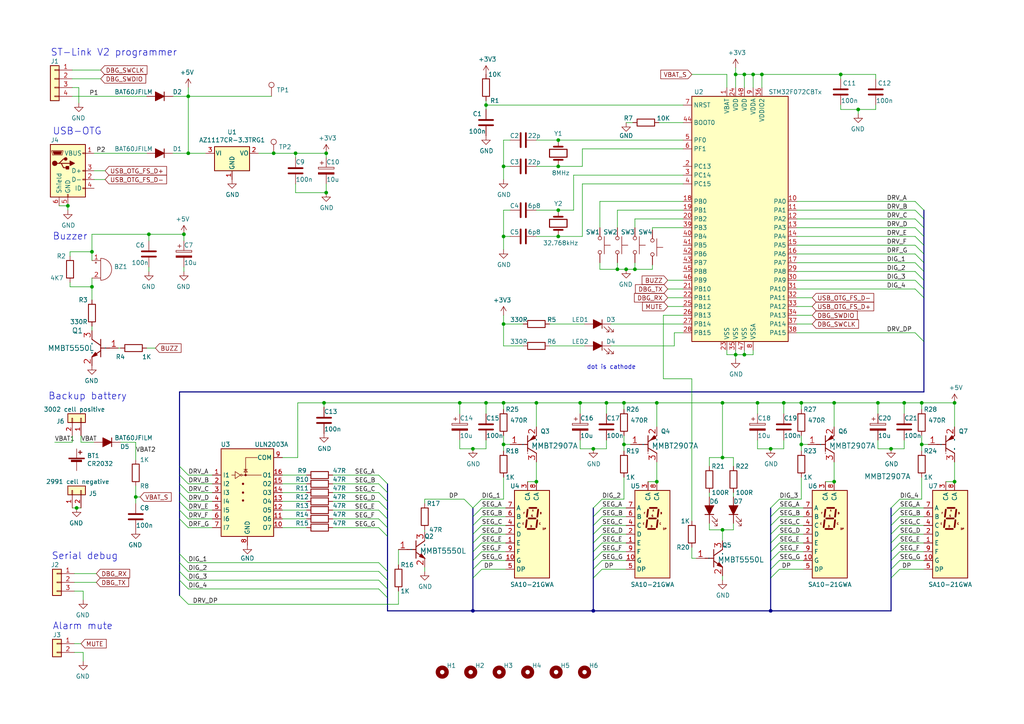
<source format=kicad_sch>
(kicad_sch (version 20211123) (generator eeschema)
  (paper "A4")
  (title_block (title "LEDClock") (company "SDL"))
  (junction (at 172.085 177.165))
  (junction (at 190.5 116.84))
  (junction (at 155.575 139.7))
  (junction (at 267.335 116.84))
  (junction (at 209.55 132.715))
  (junction (at 39.37 144.145))
  (junction (at 146.05 128.905))
  (junction (at 146.05 48.26))
  (junction (at 223.52 130.175))
  (junction (at 276.86 139.7))
  (junction (at 22.225 147.32))
  (junction (at 140.97 116.84))
  (junction (at 140.97 30.48))
  (junction (at 241.935 116.84))
  (junction (at 190.5 139.7))
  (junction (at 213.36 21.59))
  (junction (at 180.975 116.84))
  (junction (at 232.41 128.905))
  (junction (at 137.16 177.165))
  (junction (at 79.375 44.45))
  (junction (at 137.16 130.175))
  (junction (at 43.18 67.945))
  (junction (at 243.84 21.59))
  (junction (at 227.33 116.84))
  (junction (at 248.92 31.75))
  (junction (at 220.98 21.59))
  (junction (at 209.55 116.84))
  (junction (at 218.44 21.59))
  (junction (at 161.925 60.96))
  (junction (at 146.05 93.98))
  (junction (at 276.86 116.84))
  (junction (at 241.935 139.7))
  (junction (at 232.41 116.84))
  (junction (at 180.975 128.905))
  (junction (at 209.55 153.67))
  (junction (at 181.61 78.105))
  (junction (at 93.98 116.84))
  (junction (at 85.725 44.45))
  (junction (at 155.575 116.84))
  (junction (at 161.925 68.58))
  (junction (at 219.71 116.84))
  (junction (at 54.61 44.45))
  (junction (at 168.275 116.84))
  (junction (at 215.9 102.87))
  (junction (at 179.07 78.105))
  (junction (at 175.895 116.84))
  (junction (at 184.15 78.105))
  (junction (at 54.61 27.94))
  (junction (at 223.52 177.165))
  (junction (at 267.335 128.905))
  (junction (at 146.05 116.84))
  (junction (at 53.34 67.945))
  (junction (at 172.085 130.175))
  (junction (at 161.925 48.26))
  (junction (at 19.685 59.69))
  (junction (at 26.67 73.025))
  (junction (at 133.35 116.84))
  (junction (at 254.635 116.84))
  (junction (at 161.925 40.64))
  (junction (at 94.615 55.88))
  (junction (at 215.9 21.59))
  (junction (at 213.36 102.87))
  (junction (at 146.05 68.58))
  (junction (at 26.67 83.185))
  (junction (at 258.445 130.175))
  (junction (at 262.255 116.84))
  (junction (at 94.615 44.45))
  (bus_entry (at 52.07 160.655) (size 2.54 2.54))
  (bus_entry (at 52.07 145.415) (size 2.54 2.54))
  (bus_entry (at 258.445 154.94) (size 2.54 -2.54))
  (bus_entry (at 52.07 135.255) (size 2.54 2.54))
  (bus_entry (at 258.445 152.4) (size 2.54 -2.54))
  (bus_entry (at 137.16 157.48) (size 2.54 -2.54))
  (bus_entry (at 137.16 147.32) (size 2.54 -2.54))
  (bus_entry (at 137.16 165.1) (size 2.54 -2.54))
  (bus_entry (at 223.52 167.64) (size 2.54 -2.54))
  (bus_entry (at 52.07 168.275) (size 2.54 2.54))
  (bus_entry (at 172.085 157.48) (size 2.54 -2.54))
  (bus_entry (at 52.07 140.335) (size 2.54 2.54))
  (bus_entry (at 109.855 147.955) (size 2.54 2.54))
  (bus_entry (at 137.16 152.4) (size 2.54 -2.54))
  (bus_entry (at 223.52 160.02) (size 2.54 -2.54))
  (bus_entry (at 52.07 142.875) (size 2.54 2.54))
  (bus_entry (at 137.16 162.56) (size 2.54 -2.54))
  (bus_entry (at 172.085 147.32) (size 2.54 -2.54))
  (bus_entry (at 258.445 160.02) (size 2.54 -2.54))
  (bus_entry (at 109.855 168.275) (size 2.54 2.54))
  (bus_entry (at 223.52 152.4) (size 2.54 -2.54))
  (bus_entry (at 265.43 68.58) (size 2.54 2.54))
  (bus_entry (at 265.43 63.5) (size 2.54 2.54))
  (bus_entry (at 223.52 162.56) (size 2.54 -2.54))
  (bus_entry (at 265.43 81.28) (size 2.54 2.54))
  (bus_entry (at 265.43 73.66) (size 2.54 2.54))
  (bus_entry (at 109.855 150.495) (size 2.54 2.54))
  (bus_entry (at 265.43 60.96) (size 2.54 2.54))
  (bus_entry (at 265.43 58.42) (size 2.54 2.54))
  (bus_entry (at 258.445 167.64) (size 2.54 -2.54))
  (bus_entry (at 223.52 157.48) (size 2.54 -2.54))
  (bus_entry (at 109.855 140.335) (size 2.54 2.54))
  (bus_entry (at 172.085 167.64) (size 2.54 -2.54))
  (bus_entry (at 223.52 147.32) (size 2.54 -2.54))
  (bus_entry (at 258.445 165.1) (size 2.54 -2.54))
  (bus_entry (at 265.43 96.52) (size 2.54 2.54))
  (bus_entry (at 258.445 157.48) (size 2.54 -2.54))
  (bus_entry (at 258.445 162.56) (size 2.54 -2.54))
  (bus_entry (at 172.085 154.94) (size 2.54 -2.54))
  (bus_entry (at 265.43 76.2) (size 2.54 2.54))
  (bus_entry (at 265.43 66.04) (size 2.54 2.54))
  (bus_entry (at 109.855 145.415) (size 2.54 2.54))
  (bus_entry (at 265.43 71.12) (size 2.54 2.54))
  (bus_entry (at 172.085 149.86) (size 2.54 -2.54))
  (bus_entry (at 52.07 172.72) (size 2.54 2.54))
  (bus_entry (at 109.855 142.875) (size 2.54 2.54))
  (bus_entry (at 109.855 170.815) (size 2.54 2.54))
  (bus_entry (at 265.43 78.74) (size 2.54 2.54))
  (bus_entry (at 137.16 149.86) (size 2.54 -2.54))
  (bus_entry (at 172.085 165.1) (size 2.54 -2.54))
  (bus_entry (at 172.085 162.56) (size 2.54 -2.54))
  (bus_entry (at 137.16 167.64) (size 2.54 -2.54))
  (bus_entry (at 52.07 137.795) (size 2.54 2.54))
  (bus_entry (at 109.855 153.035) (size 2.54 2.54))
  (bus_entry (at 265.43 83.82) (size 2.54 2.54))
  (bus_entry (at 109.855 163.195) (size 2.54 2.54))
  (bus_entry (at 52.07 163.195) (size 2.54 2.54))
  (bus_entry (at 109.855 165.735) (size 2.54 2.54))
  (bus_entry (at 258.445 147.32) (size 2.54 -2.54))
  (bus_entry (at 137.16 160.02) (size 2.54 -2.54))
  (bus_entry (at 223.52 149.86) (size 2.54 -2.54))
  (bus_entry (at 172.085 160.02) (size 2.54 -2.54))
  (bus_entry (at 52.07 150.495) (size 2.54 2.54))
  (bus_entry (at 137.16 154.94) (size 2.54 -2.54))
  (bus_entry (at 109.855 137.795) (size 2.54 2.54))
  (bus_entry (at 258.445 149.86) (size 2.54 -2.54))
  (bus_entry (at 223.52 165.1) (size 2.54 -2.54))
  (bus_entry (at 172.085 152.4) (size 2.54 -2.54))
  (bus_entry (at 52.07 165.735) (size 2.54 2.54))
  (bus_entry (at 137.16 147.32) (size -2.54 -2.54))
  (bus_entry (at 223.52 154.94) (size 2.54 -2.54))
  (bus_entry (at 52.07 147.955) (size 2.54 2.54))
  (wire (pts (xy 85.725 44.45) (xy 85.725 45.72)))
  (bus (pts (xy 267.97 60.96) (xy 267.97 63.5)))
  (wire (pts (xy 231.14 63.5) (xy 265.43 63.5)))
  (wire (pts (xy 262.255 130.175) (xy 262.255 127.635)))
  (wire (pts (xy 173.99 58.42) (xy 173.99 66.04)))
  (bus (pts (xy 267.97 73.66) (xy 267.97 76.2)))
  (wire (pts (xy 232.41 138.43) (xy 232.41 144.78)))
  (wire (pts (xy 241.935 133.985) (xy 241.935 139.7)))
  (wire (pts (xy 54.61 165.735) (xy 109.855 165.735)))
  (wire (pts (xy 140.97 29.21) (xy 140.97 30.48)))
  (wire (pts (xy 161.925 48.26) (xy 168.91 48.26)))
  (wire (pts (xy 27.305 44.45) (xy 42.545 44.45)))
  (bus (pts (xy 137.16 177.165) (xy 112.395 177.165)))
  (wire (pts (xy 27.305 49.53) (xy 30.48 49.53)))
  (wire (pts (xy 34.925 100.965) (xy 34.29 100.965)))
  (bus (pts (xy 112.395 145.415) (xy 112.395 147.955)))
  (wire (pts (xy 20.955 27.94) (xy 42.545 27.94)))
  (wire (pts (xy 243.84 30.48) (xy 243.84 31.75)))
  (wire (pts (xy 174.625 152.4) (xy 181.61 152.4)))
  (wire (pts (xy 205.74 142.875) (xy 205.74 144.145)))
  (wire (pts (xy 140.97 30.48) (xy 140.97 31.75)))
  (bus (pts (xy 172.085 165.1) (xy 172.085 167.64)))
  (wire (pts (xy 254.635 127.635) (xy 254.635 130.175)))
  (wire (pts (xy 54.61 140.335) (xy 61.595 140.335)))
  (wire (pts (xy 20.955 147.32) (xy 22.225 147.32)))
  (wire (pts (xy 140.97 116.84) (xy 146.05 116.84)))
  (wire (pts (xy 139.7 162.56) (xy 146.685 162.56)))
  (wire (pts (xy 166.37 50.8) (xy 198.12 50.8)))
  (wire (pts (xy 254.635 116.84) (xy 241.935 116.84)))
  (wire (pts (xy 21.59 186.69) (xy 23.495 186.69)))
  (wire (pts (xy 215.9 102.87) (xy 213.36 102.87)))
  (wire (pts (xy 220.98 21.59) (xy 243.84 21.59)))
  (wire (pts (xy 39.37 128.27) (xy 39.37 133.35)))
  (wire (pts (xy 254.635 116.84) (xy 262.255 116.84)))
  (wire (pts (xy 161.925 40.64) (xy 155.575 40.64)))
  (wire (pts (xy 219.71 116.84) (xy 209.55 116.84)))
  (wire (pts (xy 220.98 25.4) (xy 220.98 21.59)))
  (wire (pts (xy 260.985 157.48) (xy 267.97 157.48)))
  (wire (pts (xy 192.405 109.855) (xy 200.66 109.855)))
  (wire (pts (xy 140.97 116.84) (xy 140.97 120.015)))
  (wire (pts (xy 140.97 130.175) (xy 140.97 127.635)))
  (bus (pts (xy 52.07 172.72) (xy 52.07 168.275)))
  (wire (pts (xy 50.165 44.45) (xy 54.61 44.45)))
  (wire (pts (xy 254.635 130.175) (xy 258.445 130.175)))
  (wire (pts (xy 174.625 165.1) (xy 181.61 165.1)))
  (bus (pts (xy 267.97 68.58) (xy 267.97 71.12)))
  (wire (pts (xy 200.66 158.75) (xy 200.66 161.925)))
  (wire (pts (xy 254.635 116.84) (xy 254.635 120.015)))
  (wire (pts (xy 54.61 175.26) (xy 115.57 175.26)))
  (wire (pts (xy 168.275 130.175) (xy 172.085 130.175)))
  (wire (pts (xy 139.7 160.02) (xy 146.685 160.02)))
  (wire (pts (xy 22.86 29.845) (xy 22.86 25.4)))
  (bus (pts (xy 112.395 173.355) (xy 112.395 177.165)))
  (wire (pts (xy 226.06 152.4) (xy 233.045 152.4)))
  (wire (pts (xy 93.98 116.84) (xy 93.98 118.11)))
  (wire (pts (xy 166.37 60.96) (xy 166.37 50.8)))
  (wire (pts (xy 205.74 153.67) (xy 209.55 153.67)))
  (wire (pts (xy 227.33 130.175) (xy 227.33 127.635)))
  (wire (pts (xy 20.32 73.025) (xy 26.67 73.025)))
  (wire (pts (xy 210.82 102.87) (xy 210.82 101.6)))
  (wire (pts (xy 39.37 140.97) (xy 39.37 144.145)))
  (wire (pts (xy 226.06 147.32) (xy 233.045 147.32)))
  (wire (pts (xy 26.67 83.185) (xy 26.67 86.995)))
  (bus (pts (xy 137.16 165.1) (xy 137.16 167.64)))
  (wire (pts (xy 81.915 142.875) (xy 88.9 142.875)))
  (wire (pts (xy 200.66 109.855) (xy 200.66 151.13)))
  (wire (pts (xy 267.335 138.43) (xy 267.335 144.78)))
  (wire (pts (xy 241.935 116.84) (xy 241.935 123.825)))
  (wire (pts (xy 200.66 161.925) (xy 201.93 161.925)))
  (wire (pts (xy 235.585 86.36) (xy 231.14 86.36)))
  (wire (pts (xy 54.61 44.45) (xy 59.69 44.45)))
  (wire (pts (xy 86.36 116.84) (xy 93.98 116.84)))
  (wire (pts (xy 23.495 128.27) (xy 27.305 128.27)))
  (wire (pts (xy 179.07 60.96) (xy 198.12 60.96)))
  (wire (pts (xy 175.895 116.84) (xy 175.895 120.015)))
  (bus (pts (xy 223.52 162.56) (xy 223.52 165.1)))
  (bus (pts (xy 137.16 149.86) (xy 137.16 147.32)))
  (wire (pts (xy 213.36 102.87) (xy 210.82 102.87)))
  (wire (pts (xy 260.985 162.56) (xy 267.97 162.56)))
  (wire (pts (xy 267.335 130.81) (xy 267.335 128.905)))
  (wire (pts (xy 27.94 168.91) (xy 21.59 168.91)))
  (wire (pts (xy 215.9 25.4) (xy 215.9 21.59)))
  (wire (pts (xy 231.14 93.98) (xy 235.585 93.98)))
  (wire (pts (xy 232.41 130.81) (xy 232.41 128.905)))
  (wire (pts (xy 209.55 167.005) (xy 209.55 168.275)))
  (bus (pts (xy 52.07 113.665) (xy 52.07 135.255)))
  (wire (pts (xy 146.05 138.43) (xy 146.05 144.78)))
  (wire (pts (xy 168.275 116.84) (xy 168.275 120.015)))
  (bus (pts (xy 52.07 147.955) (xy 52.07 145.415)))
  (wire (pts (xy 219.71 130.175) (xy 223.52 130.175)))
  (bus (pts (xy 112.395 147.955) (xy 112.395 150.495)))
  (wire (pts (xy 243.84 22.86) (xy 243.84 21.59)))
  (wire (pts (xy 146.05 116.84) (xy 155.575 116.84)))
  (wire (pts (xy 260.985 144.78) (xy 267.335 144.78)))
  (bus (pts (xy 112.395 170.815) (xy 112.395 173.355)))
  (wire (pts (xy 39.37 144.145) (xy 40.64 144.145)))
  (wire (pts (xy 254 31.75) (xy 254 30.48)))
  (wire (pts (xy 177.165 100.33) (xy 195.58 100.33)))
  (bus (pts (xy 172.085 160.02) (xy 172.085 162.56)))
  (wire (pts (xy 94.615 44.45) (xy 94.615 45.72)))
  (bus (pts (xy 267.97 63.5) (xy 267.97 66.04)))
  (wire (pts (xy 212.725 135.255) (xy 212.725 132.715)))
  (wire (pts (xy 81.915 147.955) (xy 88.9 147.955)))
  (wire (pts (xy 20.955 22.86) (xy 29.21 22.86)))
  (wire (pts (xy 179.07 76.2) (xy 179.07 78.105)))
  (wire (pts (xy 241.935 116.84) (xy 232.41 116.84)))
  (wire (pts (xy 146.05 48.26) (xy 146.05 52.07)))
  (wire (pts (xy 265.43 78.74) (xy 231.14 78.74)))
  (wire (pts (xy 265.43 76.2) (xy 231.14 76.2)))
  (wire (pts (xy 123.19 144.78) (xy 123.19 146.05)))
  (wire (pts (xy 20.955 128.27) (xy 15.875 128.27)))
  (wire (pts (xy 231.14 60.96) (xy 265.43 60.96)))
  (wire (pts (xy 20.32 81.915) (xy 20.32 83.185)))
  (wire (pts (xy 168.275 116.84) (xy 175.895 116.84)))
  (wire (pts (xy 209.55 153.67) (xy 212.725 153.67)))
  (bus (pts (xy 172.085 152.4) (xy 172.085 154.94)))
  (bus (pts (xy 112.395 155.575) (xy 112.395 165.735)))
  (wire (pts (xy 218.44 21.59) (xy 220.98 21.59)))
  (wire (pts (xy 24.13 189.23) (xy 21.59 189.23)))
  (wire (pts (xy 193.675 81.28) (xy 198.12 81.28)))
  (wire (pts (xy 262.255 116.84) (xy 262.255 120.015)))
  (bus (pts (xy 112.395 165.735) (xy 112.395 168.275)))
  (wire (pts (xy 260.985 152.4) (xy 267.97 152.4)))
  (wire (pts (xy 94.615 53.34) (xy 94.615 55.88)))
  (wire (pts (xy 212.725 132.715) (xy 209.55 132.715)))
  (wire (pts (xy 26.67 73.025) (xy 26.67 75.565)))
  (wire (pts (xy 168.91 53.34) (xy 168.91 68.58)))
  (bus (pts (xy 223.52 157.48) (xy 223.52 160.02)))
  (wire (pts (xy 54.61 153.035) (xy 61.595 153.035)))
  (wire (pts (xy 96.52 150.495) (xy 109.855 150.495)))
  (wire (pts (xy 209.55 153.67) (xy 209.55 156.845)))
  (bus (pts (xy 258.445 152.4) (xy 258.445 154.94)))
  (wire (pts (xy 146.05 128.905) (xy 146.05 130.81)))
  (bus (pts (xy 258.445 160.02) (xy 258.445 162.56)))
  (wire (pts (xy 205.74 151.765) (xy 205.74 153.67)))
  (wire (pts (xy 267.335 128.905) (xy 269.24 128.905)))
  (wire (pts (xy 24.13 173.99) (xy 24.13 171.45)))
  (wire (pts (xy 213.36 101.6) (xy 213.36 102.87)))
  (wire (pts (xy 231.14 96.52) (xy 265.43 96.52)))
  (bus (pts (xy 223.52 149.86) (xy 223.52 147.32)))
  (wire (pts (xy 168.275 127.635) (xy 168.275 130.175)))
  (wire (pts (xy 39.37 144.145) (xy 39.37 146.05)))
  (bus (pts (xy 52.07 168.275) (xy 52.07 165.735)))
  (wire (pts (xy 189.23 66.675) (xy 189.23 66.04)))
  (wire (pts (xy 146.05 100.33) (xy 151.765 100.33)))
  (wire (pts (xy 265.43 81.28) (xy 231.14 81.28)))
  (bus (pts (xy 258.445 165.1) (xy 258.445 167.64)))
  (wire (pts (xy 139.7 165.1) (xy 146.685 165.1)))
  (bus (pts (xy 172.085 167.64) (xy 172.085 177.165)))
  (wire (pts (xy 231.14 73.66) (xy 265.43 73.66)))
  (wire (pts (xy 146.05 93.98) (xy 146.05 100.33)))
  (wire (pts (xy 27.305 52.07) (xy 30.48 52.07)))
  (bus (pts (xy 267.97 83.82) (xy 267.97 86.36)))
  (wire (pts (xy 189.23 78.105) (xy 184.15 78.105)))
  (wire (pts (xy 190.5 116.84) (xy 180.975 116.84)))
  (wire (pts (xy 267.335 116.84) (xy 262.255 116.84)))
  (wire (pts (xy 146.05 126.365) (xy 146.05 128.905)))
  (wire (pts (xy 22.225 147.32) (xy 23.495 147.32)))
  (bus (pts (xy 52.07 140.335) (xy 52.07 137.795)))
  (bus (pts (xy 52.07 150.495) (xy 52.07 147.955)))
  (bus (pts (xy 52.07 160.655) (xy 52.07 150.495)))
  (wire (pts (xy 34.925 128.27) (xy 39.37 128.27)))
  (wire (pts (xy 213.36 19.685) (xy 213.36 21.59)))
  (bus (pts (xy 267.97 76.2) (xy 267.97 78.74)))
  (bus (pts (xy 52.07 137.795) (xy 52.07 135.255)))
  (wire (pts (xy 53.34 69.85) (xy 53.34 67.945)))
  (wire (pts (xy 155.575 48.26) (xy 161.925 48.26)))
  (wire (pts (xy 43.18 77.47) (xy 43.18 78.74)))
  (wire (pts (xy 195.58 100.33) (xy 195.58 96.52)))
  (wire (pts (xy 23.495 126.365) (xy 23.495 128.27)))
  (wire (pts (xy 85.725 55.88) (xy 94.615 55.88)))
  (wire (pts (xy 24.13 191.77) (xy 24.13 189.23)))
  (wire (pts (xy 86.36 132.715) (xy 81.915 132.715)))
  (bus (pts (xy 172.085 162.56) (xy 172.085 165.1)))
  (wire (pts (xy 181.61 35.56) (xy 183.515 35.56)))
  (wire (pts (xy 54.61 27.94) (xy 50.165 27.94)))
  (wire (pts (xy 205.74 135.255) (xy 205.74 132.715)))
  (wire (pts (xy 86.36 116.84) (xy 86.36 132.715)))
  (bus (pts (xy 223.52 160.02) (xy 223.52 162.56)))
  (wire (pts (xy 54.61 150.495) (xy 61.595 150.495)))
  (wire (pts (xy 168.91 48.26) (xy 168.91 43.18)))
  (bus (pts (xy 172.085 157.48) (xy 172.085 160.02)))
  (bus (pts (xy 52.07 165.735) (xy 52.07 163.195)))
  (bus (pts (xy 223.52 165.1) (xy 223.52 167.64)))
  (bus (pts (xy 223.52 167.64) (xy 223.52 177.165)))
  (wire (pts (xy 219.71 116.84) (xy 227.33 116.84)))
  (wire (pts (xy 175.895 130.175) (xy 175.895 127.635)))
  (wire (pts (xy 168.91 43.18) (xy 198.12 43.18)))
  (wire (pts (xy 20.955 126.365) (xy 20.955 128.27)))
  (wire (pts (xy 227.33 116.84) (xy 227.33 120.015)))
  (wire (pts (xy 139.7 152.4) (xy 146.685 152.4)))
  (wire (pts (xy 147.955 40.64) (xy 146.05 40.64)))
  (wire (pts (xy 123.19 153.67) (xy 123.19 154.305)))
  (wire (pts (xy 179.07 60.96) (xy 179.07 66.04)))
  (wire (pts (xy 173.99 58.42) (xy 198.12 58.42)))
  (bus (pts (xy 137.16 162.56) (xy 137.16 165.1)))
  (wire (pts (xy 19.685 59.69) (xy 19.685 60.96)))
  (wire (pts (xy 226.06 144.78) (xy 232.41 144.78)))
  (wire (pts (xy 205.74 132.715) (xy 209.55 132.715)))
  (bus (pts (xy 112.395 142.875) (xy 112.395 145.415)))
  (wire (pts (xy 260.985 160.02) (xy 267.97 160.02)))
  (wire (pts (xy 172.085 130.175) (xy 175.895 130.175)))
  (wire (pts (xy 79.375 44.45) (xy 74.93 44.45)))
  (wire (pts (xy 184.15 76.2) (xy 184.15 78.105)))
  (bus (pts (xy 267.97 78.74) (xy 267.97 81.28)))
  (bus (pts (xy 172.085 177.165) (xy 223.52 177.165)))
  (wire (pts (xy 274.32 139.7) (xy 276.86 139.7)))
  (bus (pts (xy 112.395 153.035) (xy 112.395 155.575)))
  (wire (pts (xy 54.61 168.275) (xy 109.855 168.275)))
  (wire (pts (xy 174.625 162.56) (xy 181.61 162.56)))
  (wire (pts (xy 93.98 116.84) (xy 133.35 116.84)))
  (wire (pts (xy 54.61 170.815) (xy 109.855 170.815)))
  (wire (pts (xy 239.395 139.7) (xy 241.935 139.7)))
  (wire (pts (xy 231.14 83.82) (xy 265.43 83.82)))
  (wire (pts (xy 146.05 116.84) (xy 146.05 118.745)))
  (wire (pts (xy 123.19 144.78) (xy 134.62 144.78)))
  (wire (pts (xy 19.685 59.69) (xy 17.145 59.69)))
  (wire (pts (xy 21.59 166.37) (xy 27.94 166.37)))
  (wire (pts (xy 85.725 55.88) (xy 85.725 53.34)))
  (wire (pts (xy 168.91 68.58) (xy 161.925 68.58)))
  (wire (pts (xy 180.975 144.78) (xy 174.625 144.78)))
  (wire (pts (xy 213.36 102.87) (xy 213.36 104.14)))
  (wire (pts (xy 151.765 93.98) (xy 146.05 93.98)))
  (wire (pts (xy 219.71 127.635) (xy 219.71 130.175)))
  (wire (pts (xy 133.35 127.635) (xy 133.35 130.175)))
  (wire (pts (xy 219.71 116.84) (xy 219.71 120.015)))
  (bus (pts (xy 258.445 154.94) (xy 258.445 157.48)))
  (wire (pts (xy 248.92 31.75) (xy 254 31.75)))
  (wire (pts (xy 54.61 147.955) (xy 61.595 147.955)))
  (bus (pts (xy 172.085 149.86) (xy 172.085 147.32)))
  (wire (pts (xy 218.44 25.4) (xy 218.44 21.59)))
  (wire (pts (xy 192.405 109.855) (xy 192.405 91.44)))
  (wire (pts (xy 248.92 31.75) (xy 248.92 33.02)))
  (wire (pts (xy 226.06 149.86) (xy 233.045 149.86)))
  (wire (pts (xy 139.7 154.94) (xy 146.685 154.94)))
  (wire (pts (xy 231.14 68.58) (xy 265.43 68.58)))
  (bus (pts (xy 223.52 152.4) (xy 223.52 154.94)))
  (wire (pts (xy 174.625 149.86) (xy 181.61 149.86)))
  (bus (pts (xy 137.16 177.165) (xy 172.085 177.165)))
  (wire (pts (xy 260.985 154.94) (xy 267.97 154.94)))
  (wire (pts (xy 173.99 78.105) (xy 179.07 78.105)))
  (wire (pts (xy 174.625 160.02) (xy 181.61 160.02)))
  (wire (pts (xy 215.9 21.59) (xy 213.36 21.59)))
  (wire (pts (xy 53.34 67.945) (xy 43.18 67.945)))
  (wire (pts (xy 180.975 128.905) (xy 180.975 130.81)))
  (wire (pts (xy 232.41 116.84) (xy 227.33 116.84)))
  (wire (pts (xy 45.085 100.965) (xy 42.545 100.965)))
  (wire (pts (xy 96.52 147.955) (xy 109.855 147.955)))
  (bus (pts (xy 52.07 145.415) (xy 52.07 142.875)))
  (wire (pts (xy 96.52 137.795) (xy 109.855 137.795)))
  (bus (pts (xy 137.16 167.64) (xy 137.16 177.165)))
  (wire (pts (xy 54.61 145.415) (xy 61.595 145.415)))
  (wire (pts (xy 189.23 76.835) (xy 189.23 78.105)))
  (wire (pts (xy 218.44 102.87) (xy 218.44 101.6)))
  (wire (pts (xy 173.99 76.2) (xy 173.99 78.105)))
  (bus (pts (xy 137.16 154.94) (xy 137.16 157.48)))
  (bus (pts (xy 137.16 152.4) (xy 137.16 154.94)))
  (wire (pts (xy 180.975 116.84) (xy 180.975 118.745)))
  (bus (pts (xy 267.97 66.04) (xy 267.97 68.58)))
  (wire (pts (xy 212.725 151.765) (xy 212.725 153.67)))
  (wire (pts (xy 226.06 157.48) (xy 233.045 157.48)))
  (wire (pts (xy 147.955 60.96) (xy 146.05 60.96)))
  (wire (pts (xy 137.16 130.175) (xy 140.97 130.175)))
  (bus (pts (xy 112.395 150.495) (xy 112.395 153.035)))
  (wire (pts (xy 79.375 44.45) (xy 85.725 44.45)))
  (wire (pts (xy 96.52 140.335) (xy 109.855 140.335)))
  (bus (pts (xy 172.085 154.94) (xy 172.085 157.48)))
  (wire (pts (xy 190.5 133.985) (xy 190.5 139.7)))
  (bus (pts (xy 112.395 168.275) (xy 112.395 170.815)))
  (wire (pts (xy 146.05 91.44) (xy 146.05 93.98)))
  (bus (pts (xy 52.07 163.195) (xy 52.07 160.655)))
  (wire (pts (xy 133.35 130.175) (xy 137.16 130.175)))
  (wire (pts (xy 180.975 138.43) (xy 180.975 144.78)))
  (wire (pts (xy 198.12 53.34) (xy 168.91 53.34)))
  (bus (pts (xy 137.16 149.86) (xy 137.16 152.4)))
  (wire (pts (xy 215.9 21.59) (xy 218.44 21.59)))
  (wire (pts (xy 85.725 44.45) (xy 94.615 44.45)))
  (wire (pts (xy 146.05 128.905) (xy 147.955 128.905)))
  (wire (pts (xy 133.35 116.84) (xy 140.97 116.84)))
  (wire (pts (xy 81.915 150.495) (xy 88.9 150.495)))
  (wire (pts (xy 235.585 88.9) (xy 231.14 88.9)))
  (wire (pts (xy 168.275 116.84) (xy 155.575 116.84)))
  (bus (pts (xy 258.445 149.86) (xy 258.445 152.4)))
  (wire (pts (xy 174.625 154.94) (xy 181.61 154.94)))
  (wire (pts (xy 177.165 93.98) (xy 198.12 93.98)))
  (bus (pts (xy 267.97 99.06) (xy 267.97 113.665)))
  (wire (pts (xy 81.915 145.415) (xy 88.9 145.415)))
  (wire (pts (xy 267.335 126.365) (xy 267.335 128.905)))
  (wire (pts (xy 193.675 86.36) (xy 198.12 86.36)))
  (wire (pts (xy 54.61 27.94) (xy 54.61 44.45)))
  (wire (pts (xy 26.67 80.645) (xy 26.67 83.185)))
  (wire (pts (xy 115.57 175.26) (xy 115.57 171.45)))
  (wire (pts (xy 215.9 102.87) (xy 218.44 102.87)))
  (bus (pts (xy 137.16 157.48) (xy 137.16 160.02)))
  (wire (pts (xy 78.74 27.94) (xy 54.61 27.94)))
  (bus (pts (xy 267.97 81.28) (xy 267.97 83.82)))
  (wire (pts (xy 96.52 142.875) (xy 109.855 142.875)))
  (wire (pts (xy 115.57 159.385) (xy 115.57 163.83)))
  (wire (pts (xy 147.955 68.58) (xy 146.05 68.58)))
  (wire (pts (xy 146.05 68.58) (xy 146.05 72.39)))
  (wire (pts (xy 161.925 60.96) (xy 155.575 60.96)))
  (wire (pts (xy 213.36 25.4) (xy 213.36 21.59)))
  (wire (pts (xy 161.925 40.64) (xy 198.12 40.64)))
  (wire (pts (xy 200.66 21.59) (xy 210.82 21.59)))
  (wire (pts (xy 235.585 91.44) (xy 231.14 91.44)))
  (wire (pts (xy 180.975 128.905) (xy 182.88 128.905)))
  (wire (pts (xy 155.575 68.58) (xy 161.925 68.58)))
  (bus (pts (xy 258.445 162.56) (xy 258.445 165.1)))
  (wire (pts (xy 243.84 21.59) (xy 254 21.59)))
  (wire (pts (xy 193.675 83.82) (xy 198.12 83.82)))
  (wire (pts (xy 226.06 165.1) (xy 233.045 165.1)))
  (wire (pts (xy 187.96 139.7) (xy 190.5 139.7)))
  (wire (pts (xy 195.58 96.52) (xy 198.12 96.52)))
  (bus (pts (xy 223.52 177.165) (xy 258.445 177.165)))
  (bus (pts (xy 258.445 149.86) (xy 258.445 147.32)))
  (wire (pts (xy 180.975 116.84) (xy 175.895 116.84)))
  (wire (pts (xy 139.7 157.48) (xy 146.685 157.48)))
  (wire (pts (xy 232.41 116.84) (xy 232.41 118.745)))
  (wire (pts (xy 96.52 153.035) (xy 109.855 153.035)))
  (bus (pts (xy 137.16 160.02) (xy 137.16 162.56)))
  (bus (pts (xy 223.52 149.86) (xy 223.52 152.4)))
  (wire (pts (xy 155.575 133.985) (xy 155.575 139.7)))
  (bus (pts (xy 267.97 86.36) (xy 267.97 99.06)))
  (wire (pts (xy 254 22.86) (xy 254 21.59)))
  (wire (pts (xy 260.985 149.86) (xy 267.97 149.86)))
  (wire (pts (xy 53.34 77.47) (xy 53.34 78.74)))
  (wire (pts (xy 232.41 126.365) (xy 232.41 128.905)))
  (wire (pts (xy 276.86 133.985) (xy 276.86 139.7)))
  (wire (pts (xy 96.52 145.415) (xy 109.855 145.415)))
  (wire (pts (xy 123.19 164.465) (xy 123.19 165.735)))
  (bus (pts (xy 267.97 71.12) (xy 267.97 73.66)))
  (wire (pts (xy 209.55 132.715) (xy 209.55 116.84)))
  (wire (pts (xy 231.14 71.12) (xy 265.43 71.12)))
  (wire (pts (xy 174.625 147.32) (xy 181.61 147.32)))
  (wire (pts (xy 20.32 74.295) (xy 20.32 73.025)))
  (wire (pts (xy 54.61 137.795) (xy 61.595 137.795)))
  (wire (pts (xy 226.06 162.56) (xy 233.045 162.56)))
  (bus (pts (xy 52.07 113.665) (xy 267.97 113.665)))
  (wire (pts (xy 43.18 69.85) (xy 43.18 67.945)))
  (wire (pts (xy 212.725 144.145) (xy 212.725 142.875)))
  (bus (pts (xy 223.52 154.94) (xy 223.52 157.48)))
  (wire (pts (xy 54.61 142.875) (xy 61.595 142.875)))
  (wire (pts (xy 190.5 116.84) (xy 190.5 123.825)))
  (wire (pts (xy 192.405 91.44) (xy 198.12 91.44)))
  (bus (pts (xy 172.085 149.86) (xy 172.085 152.4)))
  (wire (pts (xy 231.14 66.04) (xy 265.43 66.04)))
  (wire (pts (xy 232.41 128.905) (xy 234.315 128.905)))
  (wire (pts (xy 81.915 140.335) (xy 88.9 140.335)))
  (wire (pts (xy 223.52 130.175) (xy 227.33 130.175)))
  (wire (pts (xy 146.05 60.96) (xy 146.05 68.58)))
  (wire (pts (xy 260.985 165.1) (xy 267.97 165.1)))
  (wire (pts (xy 210.82 21.59) (xy 210.82 25.4)))
  (wire (pts (xy 139.7 149.86) (xy 146.685 149.86)))
  (wire (pts (xy 139.7 147.32) (xy 146.685 147.32)))
  (wire (pts (xy 189.23 66.04) (xy 198.12 66.04)))
  (wire (pts (xy 184.15 78.105) (xy 181.61 78.105)))
  (wire (pts (xy 24.13 171.45) (xy 21.59 171.45)))
  (wire (pts (xy 146.05 144.78) (xy 139.7 144.78)))
  (wire (pts (xy 22.86 25.4) (xy 20.955 25.4)))
  (bus (pts (xy 52.07 142.875) (xy 52.07 140.335)))
  (wire (pts (xy 54.61 163.195) (xy 109.855 163.195)))
  (wire (pts (xy 20.955 20.32) (xy 29.21 20.32)))
  (wire (pts (xy 181.61 78.105) (xy 179.07 78.105)))
  (wire (pts (xy 161.925 60.96) (xy 166.37 60.96)))
  (wire (pts (xy 267.335 116.84) (xy 267.335 118.745)))
  (wire (pts (xy 26.67 94.615) (xy 26.67 95.885)))
  (wire (pts (xy 155.575 116.84) (xy 155.575 123.825)))
  (wire (pts (xy 147.955 48.26) (xy 146.05 48.26)))
  (bus (pts (xy 258.445 167.64) (xy 258.445 177.165)))
  (wire (pts (xy 276.86 116.84) (xy 267.335 116.84)))
  (wire (pts (xy 146.05 40.64) (xy 146.05 48.26)))
  (wire (pts (xy 81.915 137.795) (xy 88.9 137.795)))
  (wire (pts (xy 231.14 58.42) (xy 265.43 58.42)))
  (wire (pts (xy 243.84 31.75) (xy 248.92 31.75)))
  (wire (pts (xy 174.625 157.48) (xy 181.61 157.48)))
  (wire (pts (xy 169.545 93.98) (xy 159.385 93.98)))
  (wire (pts (xy 81.915 153.035) (xy 88.9 153.035)))
  (wire (pts (xy 184.15 63.5) (xy 184.15 66.04)))
  (wire (pts (xy 54.61 25.4) (xy 54.61 27.94)))
  (wire (pts (xy 26.67 67.945) (xy 26.67 73.025)))
  (bus (pts (xy 258.445 157.48) (xy 258.445 160.02)))
  (wire (pts (xy 258.445 130.175) (xy 262.255 130.175)))
  (wire (pts (xy 180.975 126.365) (xy 180.975 128.905)))
  (wire (pts (xy 226.06 160.02) (xy 233.045 160.02)))
  (wire (pts (xy 153.035 139.7) (xy 155.575 139.7)))
  (wire (pts (xy 276.86 123.825) (xy 276.86 116.84)))
  (wire (pts (xy 198.12 63.5) (xy 184.15 63.5)))
  (bus (pts (xy 112.395 140.335) (xy 112.395 142.875)))
  (wire (pts (xy 133.35 116.84) (xy 133.35 120.015)))
  (wire (pts (xy 260.985 147.32) (xy 267.97 147.32)))
  (wire (pts (xy 226.06 154.94) (xy 233.045 154.94)))
  (wire (pts (xy 140.97 30.48) (xy 198.12 30.48)))
  (wire (pts (xy 198.12 35.56) (xy 191.135 35.56)))
  (wire (pts (xy 209.55 116.84) (xy 190.5 116.84)))
  (wire (pts (xy 193.675 88.9) (xy 198.12 88.9)))
  (wire (pts (xy 20.32 83.185) (xy 26.67 83.185)))
  (wire (pts (xy 169.545 100.33) (xy 159.385 100.33)))
  (wire (pts (xy 43.18 67.945) (xy 26.67 67.945)))
  (wire (pts (xy 215.9 101.6) (xy 215.9 102.87)))
  (text "Backup battery\n" (at 13.97 116.205 0) (effects (font (size 2 2)) (justify left bottom)))
  (text "Alarm mute\n" (at 15.24 182.88 0) (effects (font (size 2 2)) (justify left bottom)))
  (text "Buzzer\n" (at 15.24 69.85 0) (effects (font (size 2 2)) (justify left bottom)))
  (text "USB-OTG\n" (at 15.24 39.37 0) (effects (font (size 2 2)) (justify left bottom)))
  (text "ST-Link V2 programmer" (at 51.435 16.51 180) (effects (font (size 2 2)) (justify right bottom)))
  (text "dot is cathode" (at 170.18 107.315 0) (effects (font (size 1.27 1.27)) (justify left bottom)))
  (text "Serial debug\n" (at 34.29 162.56 180) (effects (font (size 2 2)) (justify right bottom)))
  (label "SEG_A" (at 174.625 147.32 0))
  (label "DRV_A" (at 54.61 137.795 0))
  (label "VBAT1" (at 15.875 128.27 0))
  (label "SEG_B" (at 226.06 149.86 0))
  (label "P2" (at 27.94 44.45 0))
  (label "SEG_C" (at 260.985 152.4 0))
  (label "DRV_DP" (at 257.175 96.52 0))
  (label "SEG_C" (at 226.06 152.4 0))
  (label "SEG_G" (at 260.985 162.56 0))
  (label "DRV_A" (at 257.175 58.42 0))
  (label "DRV_DP" (at 55.88 175.26 0))
  (label "P1" (at 28.575 27.94 180))
  (label "DP" (at 130.175 144.78 0))
  (label "SEG_E" (at 102.87 147.955 0))
  (label "SEG_C" (at 102.87 142.875 0))
  (label "SEG_A" (at 102.87 137.795 0))
  (label "SEG_F" (at 102.87 150.495 0))
  (label "SEG_B" (at 174.625 149.86 0))
  (label "SEG_C" (at 139.7 152.4 0))
  (label "DIG_2" (at 257.175 78.74 0))
  (label "SEG_F" (at 174.625 160.02 0))
  (label "DRV_C" (at 257.175 63.5 0))
  (label "DRV_C" (at 54.61 142.875 0))
  (label "DRF_G" (at 257.175 73.66 0))
  (label "SEG_B" (at 260.985 149.86 0))
  (label "DRV_D" (at 54.61 145.415 0))
  (label "VBAT" (at 23.495 128.27 0))
  (label "SEG_D" (at 139.7 154.94 0))
  (label "DIG_1" (at 257.175 76.2 0))
  (label "SEG_G" (at 139.7 162.56 0))
  (label "SEG_E" (at 226.06 157.48 0))
  (label "DRV_E" (at 257.175 68.58 0))
  (label "SEG_F" (at 226.06 160.02 0))
  (label "DP" (at 140.335 165.1 0))
  (label "SEG_A" (at 260.985 147.32 0))
  (label "SEG_E" (at 174.625 157.48 0))
  (label "SEG_B" (at 102.87 140.335 0))
  (label "DIG_1" (at 139.7 144.78 0))
  (label "SEG_D" (at 102.87 145.415 0))
  (label "DRV_F" (at 54.61 150.495 0))
  (label "SEG_G" (at 174.625 162.56 0))
  (label "DIG_3" (at 54.61 168.275 0))
  (label "SEG_E" (at 139.7 157.48 0))
  (label "DIG_2" (at 174.625 144.78 0))
  (label "DIG_4" (at 257.175 83.82 0))
  (label "DIG_3" (at 226.06 144.78 0))
  (label "SEG_F" (at 139.7 160.02 0))
  (label "DRF_G" (at 54.61 153.035 0))
  (label "DIG_4" (at 260.985 144.78 0))
  (label "DRV_B" (at 54.61 140.335 0))
  (label "DRV_B" (at 257.175 60.96 0))
  (label "SEG_D" (at 260.985 154.94 0))
  (label "DIG_3" (at 257.175 81.28 0))
  (label "DIG_2" (at 54.61 165.735 0))
  (label "SEG_A" (at 139.7 147.32 0))
  (label "SEG_D" (at 174.625 154.94 0))
  (label "DRV_F" (at 257.175 71.12 0))
  (label "DP" (at 175.26 165.1 0))
  (label "SEG_F" (at 260.985 160.02 0))
  (label "DP" (at 226.695 165.1 0))
  (label "SEG_G" (at 226.06 162.56 0))
  (label "DIG_1" (at 54.61 163.195 0))
  (label "SEG_E" (at 260.985 157.48 0))
  (label "SEG_G" (at 102.87 153.035 0))
  (label "DIG_4" (at 54.61 170.815 0))
  (label "DRV_D" (at 257.175 66.04 0))
  (label "VBAT2" (at 39.37 131.445 0))
  (label "DP" (at 261.62 165.1 0))
  (label "SEG_D" (at 226.06 154.94 0))
  (label "SEG_A" (at 226.06 147.32 0))
  (label "SEG_B" (at 139.7 149.86 0))
  (label "DRV_E" (at 54.61 147.955 0))
  (label "SEG_C" (at 174.625 152.4 0))
  (global_label "MUTE" (shape input) (at 193.675 88.9 180) (property "Intersheet References" "${INTERSHEET_REFS}" (effects hide)))
  (global_label "VBAT_S" (shape input) (at 40.64 144.145 0) (property "Intersheet References" "${INTERSHEET_REFS}" (effects hide)))
  (global_label "VBAT_S" (shape input) (at 200.66 21.59 180) (property "Intersheet References" "${INTERSHEET_REFS}" (effects hide)))
  (global_label "BUZZ" (shape input) (at 193.675 81.28 180) (property "Intersheet References" "${INTERSHEET_REFS}" (effects hide)))
  (global_label "DBG_TX" (shape input) (at 193.675 83.82 180) (property "Intersheet References" "${INTERSHEET_REFS}" (effects hide)))
  (global_label "DBG_SWCLK" (shape input) (at 235.585 93.98 0) (property "Intersheet References" "${INTERSHEET_REFS}" (effects hide)))
  (global_label "DBG_RX" (shape input) (at 193.675 86.36 180) (property "Intersheet References" "${INTERSHEET_REFS}" (effects hide)))
  (global_label "DBG_RX" (shape input) (at 27.94 166.37 0) (property "Intersheet References" "${INTERSHEET_REFS}" (effects hide)))
  (global_label "BUZZ" (shape input) (at 45.085 100.965 0) (property "Intersheet References" "${INTERSHEET_REFS}" (effects hide)))
  (global_label "DBG_SWCLK" (shape input) (at 29.21 20.32 0) (property "Intersheet References" "${INTERSHEET_REFS}" (effects hide)))
  (global_label "USB_OTG_FS_D+" (shape input) (at 30.48 49.53 0) (property "Intersheet References" "${INTERSHEET_REFS}" (effects hide)))
  (global_label "USB_OTG_FS_D-" (shape input) (at 235.585 86.36 0) (property "Intersheet References" "${INTERSHEET_REFS}" (effects hide)))
  (global_label "DBG_SWDIO" (shape input) (at 29.21 22.86 0) (property "Intersheet References" "${INTERSHEET_REFS}" (effects hide)))
  (global_label "DBG_TX" (shape input) (at 27.94 168.91 0) (property "Intersheet References" "${INTERSHEET_REFS}" (effects hide)))
  (global_label "USB_OTG_FS_D+" (shape input) (at 235.585 88.9 0) (property "Intersheet References" "${INTERSHEET_REFS}" (effects hide)))
  (global_label "MUTE" (shape input) (at 23.495 186.69 0) (property "Intersheet References" "${INTERSHEET_REFS}" (effects hide)))
  (global_label "USB_OTG_FS_D-" (shape input) (at 30.48 52.07 0) (property "Intersheet References" "${INTERSHEET_REFS}" (effects hide)))
  (global_label "DBG_SWDIO" (shape input) (at 235.585 91.44 0) (property "Intersheet References" "${INTERSHEET_REFS}" (effects hide)))
  (symbol (lib_id "Connector:USB_B_Micro") (at 19.685 49.53 0) (unit 1)
    (property "Reference" "J4" (at 15.875 40.64 0))
    (property "Value" "USB_B_Micro" (effects hide))
    (property "Footprint" "Connector_USB:USB_Micro-B_Molex-105133-0001" (effects hide))
  )
  (symbol (lib_id "Regulator_Linear:AZ1117-3.3") (at 67.31 44.45 0) (unit 1)
    (property "Reference" "U1" (at 67.31 38.3032 0))
    (property "Value" "AZ1117CR-3.3TRG1" (at 67.31 40.6146 0))
    (property "Footprint" "Package_TO_SOT_SMD:SOT-89-3" (effects hide))
    (property "Datasheet" "https://www.diodes.com/assets/Datasheets/AZ1117.pdf" (effects hide))
  )
  (symbol (lib_id "power:+3.3V") (at 94.615 44.45 0) (unit 1)
    (property "Reference" "#PWR021" (effects hide))
    (property "Value" "+3.3V" (at 94.996 40.0558 0))
  )
  (symbol (lib_id "Device:CP") (at 94.615 49.53 0) (unit 1)
    (property "Reference" "C10" (at 94.615 46.99 0) (effects (justify left)))
    (property "Value" "10u" (at 94.615 52.07 0) (effects (justify left)))
    (property "Footprint" "Capacitor_Tantalum_SMD:CP_EIA-3216-10_Kemet-I" (effects hide))
    (property "Datasheet" "https://docs-emea.rs-online.com/webdocs/13eb/0900766b813ebf5f.pdf" (effects hide))
    (property "Manufacturer" "AVX" (effects hide))
    (property "Voltage" "6V3" (effects hide))
    (property "Dielectric" "Tantalum" (effects hide))
    (property "Fit" "Y" (effects hide))
    (property "PartNo" "TAJR106K006RNJ" (effects hide))
    (property "dis_rs" " 405-9517 " (effects hide))
    (property "or equivalent" "Y" (effects hide))
  )
  (symbol (lib_id "power:GND") (at 19.685 60.96 0) (unit 1)
    (property "Reference" "#PWR03" (effects hide))
    (property "Value" "GND" (at 19.812 65.3542 0))
  )
  (symbol (lib_id "power:GND") (at 67.31 52.07 0) (unit 1)
    (property "Reference" "#PWR016" (effects hide))
    (property "Value" "GND" (at 67.437 56.4642 0))
  )
  (symbol (lib_id "Connector:TestPoint") (at 79.375 44.45 0) (unit 1)
    (property "Reference" "TP2" (at 80.8482 42.6212 0) (effects (justify left)))
    (property "Value" "TestPoint-Connector" (effects hide))
    (property "Footprint" "TestPoint:TestPoint_Pad_D1.0mm" (effects hide))
  )
  (symbol (lib_id "power:GND") (at 94.615 55.88 0) (unit 1)
    (property "Reference" "#PWR022" (effects hide))
    (property "Value" "GND" (at 94.742 60.2742 0))
  )
  (symbol (lib_id "Device:C") (at 85.725 49.53 0) (unit 1)
    (property "Reference" "C9" (at 85.725 46.99 0) (effects (justify left)))
    (property "Value" "100n" (at 85.725 52.07 0) (effects (justify left)))
    (property "Footprint" "Capacitor_SMD:C_0603_1608Metric" (effects hide))
    (property "Fit" "Y" (effects hide))
    (property "Dielectric" "MLCC" (effects hide))
    (property "Voltage" "50V" (effects hide))
    (property "dis_rs" " 147-538" (effects hide))
    (property "Manufacturer" "Kemet" (effects hide))
    (property "PartNo" "C0603C104K3RACTU" (effects hide))
    (property "or equivalent" "Y" (effects hide))
  )
  (symbol (lib_id "power:GND") (at 172.085 130.175 0) (unit 1)
    (property "Reference" "#PWR031" (effects hide))
    (property "Value" "GND" (at 172.212 134.5692 0))
  )
  (symbol (lib_id "base-rescue:C-Device") (at 39.37 149.86 0) (mirror x) (unit 1)
    (property "Reference" "C8" (at 41.91 147.32 0))
    (property "Value" "100n" (at 41.91 152.4 0))
    (property "Footprint" "Capacitor_SMD:C_0603_1608Metric" (effects hide))
    (property "Fit" "Y" (effects hide))
    (property "Dielectric" "MLCC" (effects hide))
    (property "Manufacturer" "Kemet" (effects hide))
    (property "PartNo" "C0603C104K3RACTU" (effects hide))
    (property "dis_rs" " 147-538" (effects hide))
    (property "or equivalent" "Y" (effects hide))
  )
  (symbol (lib_id "Mechanical:MountingHole") (at 161.29 194.945 0) (unit 1)
    (property "Reference" "H5" (at 162.56 193.04 0) (effects (justify left)))
    (property "Value" "MountingHole" (effects hide))
    (property "Footprint" "MountingHole:MountingHole_3.2mm_M3_ISO7380" (effects hide))
  )
  (symbol (lib_id "base-rescue:C-Device") (at 254 26.67 0) (mirror x) (unit 1)
    (property "Reference" "C12" (at 256.54 24.13 0))
    (property "Value" "100n" (at 256.54 29.21 0))
    (property "Footprint" "Capacitor_SMD:C_0603_1608Metric" (effects hide))
    (property "Dielectric" "MLCC" (effects hide))
    (property "Fit" "Y" (effects hide))
    (property "Manufacturer" "Kemet" (effects hide))
    (property "PartNo" "C0603C104K3RACTU" (effects hide))
    (property "dis_rs" " 147-538" (effects hide))
    (property "or equivalent" "Y" (effects hide))
  )
  (symbol (lib_id "base-rescue:GND-power") (at 39.37 153.67 0) (mirror y) (unit 1)
    (property "Reference" "#PWR0101" (effects hide))
    (property "Value" "GND" (at 39.243 158.0642 0))
  )
  (symbol (lib_id "MBUS-master:BC807-25L") (at 236.855 131.445 0) (mirror x) (unit 1)
    (property "Reference" "Q6" (at 244.475 125.095 0))
    (property "Value" "MMBT2907A" (at 254 130.175 0) (effects (font (size 1.524 1.524)) (justify right top)))
    (property "Footprint" "Package_TO_SOT_SMD:SOT-23" (effects hide))
    (property "Datasheet" "https://docs-emea.rs-online.com/webdocs/13f4/0900766b813f4ff7.pdf" (effects hide))
    (property "PartNo" "MMBT2907A " (effects hide))
    (property "Fit" "Y" (effects hide))
    (property "Manufacturer" "Fairchild Semiconductor" (effects hide))
    (property "dis_rs" "739-0410" (effects hide))
    (property "budget" "0.06" (effects hide))
  )
  (symbol (lib_id "LEDClock:SA10-21GWA") (at 154.305 154.94 0) (unit 1)
    (property "Reference" "U4" (at 147.955 140.97 0) (effects (justify left)))
    (property "Value" "SA10-21GWA" (at 147.955 169.545 0) (effects (justify left)))
    (property "Footprint" "LCDClock:SA10-21xxx" (effects hide))
    (property "Datasheet" "https://www.kingbrightusa.com/images/catalog/SPEC/SA10-21GWA.pdf" (effects hide))
  )
  (symbol (lib_id "base-rescue:R-Device") (at 155.575 100.33 90) (mirror x) (unit 1)
    (property "Reference" "R6" (at 160.02 99.06 90))
    (property "Value" "330R" (at 150.495 99.06 90))
    (property "Footprint" "Resistor_SMD:R_0603_1608Metric" (effects hide))
    (property "Manufacturer" "TE Connectivity" (effects hide))
    (property "Fit" "Y" (effects hide))
    (property "PartNo" "CRG0603F330R" (effects hide))
    (property "dis_rs" "213-2200 " (effects hide))
    (property "or equivalent" "Y" (effects hide))
  )
  (symbol (lib_id "MBUS-master:BC817-25L_0") (at 204.47 159.385 0) (unit 1)
    (property "Reference" "Q5" (at 210.82 158.115 0))
    (property "Value" "MMBT5550L" (at 221.615 163.195 0) (effects (font (size 1.524 1.524)) (justify right bottom)))
    (property "Footprint" "Package_TO_SOT_SMD:SOT-23" (effects hide))
    (property "Datasheet" "https://docs-emea.rs-online.com/webdocs/1276/0900766b81276ae6.pdf" (effects hide))
    (property "Fit" "Y" (effects hide))
    (property "Manufacturer" "Fairchild Semiconducto" (effects hide))
    (property "PartNo" "MMBT5550L" (effects hide))
    (property "dis_rs" " 793-0769" (effects hide))
    (property "budget" "0.05" (effects hide))
  )
  (symbol (lib_id "Device:R") (at 92.71 142.875 90) (unit 1)
    (property "Reference" "R11" (at 87.63 141.605 90))
    (property "Value" "47R" (at 98.425 141.605 90))
    (property "Footprint" "Resistor_SMD:R_0603_1608Metric" (effects hide))
  )
  (symbol (lib_id "Device:C") (at 262.255 123.825 0) (unit 1)
    (property "Reference" "C21" (at 262.255 121.285 0) (effects (justify left)))
    (property "Value" "100n" (at 262.255 126.365 0) (effects (justify left)))
    (property "Footprint" "Capacitor_SMD:C_0603_1608Metric" (effects hide))
    (property "Fit" "Y" (effects hide))
    (property "Dielectric" "MLCC" (effects hide))
    (property "Voltage" "50V" (effects hide))
    (property "dis_rs" " 147-538" (effects hide))
    (property "Manufacturer" "Kemet" (effects hide))
    (property "PartNo" "C0603C104K3RACTU" (effects hide))
    (property "or equivalent" "Y" (effects hide))
  )
  (symbol (lib_id "power:+5V") (at 53.34 67.945 0) (mirror y) (unit 1)
    (property "Reference" "#PWR07" (effects hide))
    (property "Value" "+5V" (at 52.959 63.5508 0))
  )
  (symbol (lib_id "charger-rescue:LED_ALT-Device") (at 205.74 147.955 90) (unit 1)
    (property "Reference" "D6" (at 205.74 145.415 90) (effects (justify right)))
    (property "Value" "LED_ALT" (effects hide))
    (property "Footprint" "LED_THT:LED_D4.0mm" (effects hide))
    (property "Manufacturer" "Kigbright" (effects hide))
    (property "PartNo" "L-424GDT " (effects hide))
    (property "dis_rs" "229-2497" (effects hide))
  )
  (symbol (lib_id "Device:R") (at 232.41 134.62 180) (unit 1)
    (property "Reference" "R23" (at 234.95 130.81 0))
    (property "Value" "1K" (at 234.315 138.43 0))
    (property "Footprint" "Resistor_SMD:R_0603_1608Metric" (effects hide))
  )
  (symbol (lib_id "power:+5V") (at 54.61 25.4 0) (mirror y) (unit 1)
    (property "Reference" "#PWR020" (effects hide))
    (property "Value" "+5V" (at 54.229 21.0058 0))
  )
  (symbol (lib_id "Device:R") (at 92.71 137.795 90) (unit 1)
    (property "Reference" "R9" (at 87.63 136.525 90))
    (property "Value" "47R" (at 98.425 136.525 90))
    (property "Footprint" "Resistor_SMD:R_0603_1608Metric" (effects hide))
  )
  (symbol (lib_id "base-rescue:C-Device") (at 43.18 73.66 180) (unit 1)
    (property "Reference" "C6" (at 40.64 71.12 0))
    (property "Value" "100n" (at 40.64 76.2 0))
    (property "Footprint" "Capacitor_SMD:C_0603_1608Metric" (effects hide))
    (property "Voltage" "50V" (effects hide))
    (property "Dielectric" "MLCC" (effects hide))
    (property "Fit" "Y" (effects hide))
    (property "Manufacturer" "Kemet" (effects hide))
    (property "PartNo" "C0603C104K4RACTU" (effects hide))
    (property "dis_rs" "173-2202" (effects hide))
    (property "or equivalent" "Y" (effects hide))
    (property "budget" "0.05" (effects hide))
    (property "Fit " "Y" (effects hide))
  )
  (symbol (lib_id "base-rescue:Crystal-Device") (at 161.925 64.77 270) (unit 1)
    (property "Reference" "Y2" (at 160.655 59.055 90) (effects (justify left)))
    (property "Value" "32.768kHz" (at 157.48 70.485 90) (effects (justify left)))
    (property "Footprint" "LCDClock:Crystal_SMD_2012-2Pin_2.0x1.2mm" (effects hide))
    (property "Datasheet" "https://docs.rs-online.com/9760/0900766b814a0fef.pdf" (effects hide))
    (property "Fit" "Y" (effects hide))
    (property "dis_rs" "904-7499" (effects hide))
    (property "Manufacturer" "Epson" (effects hide))
    (property "PartNo" "X1A000061000212" (effects hide))
  )
  (symbol (lib_id "Device:C") (at 227.33 123.825 0) (unit 1)
    (property "Reference" "C19" (at 227.33 121.285 0) (effects (justify left)))
    (property "Value" "100n" (at 227.33 126.365 0) (effects (justify left)))
    (property "Footprint" "Capacitor_SMD:C_0603_1608Metric" (effects hide))
    (property "Fit" "Y" (effects hide))
    (property "Dielectric" "MLCC" (effects hide))
    (property "Voltage" "50V" (effects hide))
    (property "dis_rs" " 147-538" (effects hide))
    (property "Manufacturer" "Kemet" (effects hide))
    (property "PartNo" "C0603C104K3RACTU" (effects hide))
    (property "or equivalent" "Y" (effects hide))
  )
  (symbol (lib_id "Mechanical:MountingHole") (at 169.545 194.945 0) (unit 1)
    (property "Reference" "H6" (at 170.815 193.04 0) (effects (justify left)))
    (property "Value" "MountingHole" (effects hide))
    (property "Footprint" "MountingHole:MountingHole_3.2mm_M3_ISO7380" (effects hide))
  )
  (symbol (lib_id "Device:R") (at 267.335 134.62 180) (unit 1)
    (property "Reference" "R24" (at 269.875 130.81 0))
    (property "Value" "1K" (at 269.24 138.43 0))
    (property "Footprint" "Resistor_SMD:R_0603_1608Metric" (effects hide))
  )
  (symbol (lib_id "base-rescue:C-Device") (at 151.765 40.64 270) (unit 1)
    (property "Reference" "C2" (at 149.225 39.37 90))
    (property "Value" "22p" (at 154.94 39.37 90))
    (property "Footprint" "Capacitor_SMD:C_0603_1608Metric" (effects hide))
    (property "Dielectric" "MLCC" (effects hide))
    (property "PartNo" "C0603C220J5GACTU" (effects hide))
    (property "Fit" "Y" (effects hide))
    (property "Manufacturer" "Kemet" (effects hide))
    (property "dis_rs" "264-4501" (effects hide))
    (property "or equivalent" "Y" (effects hide))
    (property "budget" "0.01" (effects hide))
  )
  (symbol (lib_id "Transistor_Array:ULN2003A") (at 71.755 142.875 0) (unit 1)
    (property "Reference" "U3" (at 65.405 128.905 0))
    (property "Value" "ULN2003A" (at 78.74 128.905 0))
    (property "Footprint" "Package_SO:SO-16_3.9x9.9mm_P1.27mm" (effects hide))
    (property "Datasheet" "http://www.ti.com/lit/ds/symlink/uln2003a.pdf" (effects hide))
  )
  (symbol (lib_id "base-rescue:Crystal-Device") (at 161.925 44.45 270) (unit 1)
    (property "Reference" "Y1" (at 160.655 38.735 90) (effects (justify left)))
    (property "Value" "8MHz" (at 160.02 50.165 90) (effects (justify left)))
    (property "Footprint" "Crystal:Crystal_SMD_5032-2Pin_5.0x3.2mm" (effects hide))
    (property "Datasheet" "https://docs.rs-online.com/582d/0900766b816191f3.pdf" (effects hide))
    (property "Fit" "Y" (effects hide))
    (property "Manufacturer" "RS" (effects hide))
    (property "PartNo" "144-5033 " (effects hide))
    (property "dis_rs" "171-0659" (effects hide))
  )
  (symbol (lib_id "Connector_Generic:Conn_01x04") (at 15.875 22.86 0) (mirror y) (unit 1)
    (property "Reference" "J1" (at 15.875 17.78 0))
    (property "Value" "Conn_01x04" (effects hide))
    (property "Footprint" "Connector_Molex:Molex_KK-254_AE-6410-04A_1x04_P2.54mm_Vertical" (effects hide))
  )
  (symbol (lib_id "base-rescue:R-Device") (at 38.735 100.965 270) (mirror x) (unit 1)
    (property "Reference" "R4" (at 34.925 103.505 90))
    (property "Value" "1K" (at 42.545 103.505 90))
    (property "Footprint" "Resistor_SMD:R_0603_1608Metric" (effects hide))
    (property "Manufacturer" "TE Connectivity" (effects hide))
    (property "PartNo" "CRG0603F10K" (effects hide))
    (property "dis_rs" "125-1173" (effects hide))
    (property "Fit" "Y" (effects hide))
    (property "or equivalent" "Y" (effects hide))
    (property "budget" "0.003" (effects hide))
    (property "Fit " "Y" (effects hide))
  )
  (symbol (lib_id "base-rescue:C-Device") (at 151.765 68.58 270) (unit 1)
    (property "Reference" "C5" (at 149.225 67.31 90))
    (property "Value" "6p8" (at 154.94 67.31 90))
    (property "Footprint" "Capacitor_SMD:C_0603_1608Metric" (effects hide))
    (property "Dielectric" "MLCC" (effects hide))
    (property "PartNo" "C0603C689C5GACTU" (effects hide))
    (property "Fit" "Y" (effects hide))
    (property "Manufacturer" "Kemet" (effects hide))
    (property "dis_rs" "147-336" (effects hide))
    (property "or equivalent" "Y" (effects hide))
    (property "budget" "0.01" (effects hide))
  )
  (symbol (lib_id "MBUS-master:BC817-25L_0") (at 118.11 156.845 0) (unit 1)
    (property "Reference" "Q2" (at 124.46 155.575 0))
    (property "Value" "MMBT5550L" (at 135.255 160.655 0) (effects (font (size 1.524 1.524)) (justify right bottom)))
    (property "Footprint" "Package_TO_SOT_SMD:SOT-23" (effects hide))
    (property "Datasheet" "https://docs-emea.rs-online.com/webdocs/1276/0900766b81276ae6.pdf" (effects hide))
    (property "Fit" "Y" (effects hide))
    (property "Manufacturer" "Fairchild Semiconducto" (effects hide))
    (property "PartNo" "MMBT5550L" (effects hide))
    (property "dis_rs" " 793-0769" (effects hide))
    (property "budget" "0.05" (effects hide))
  )
  (symbol (lib_id "base-rescue:GND-power") (at 43.18 78.74 0) (mirror y) (unit 1)
    (property "Reference" "#PWR012" (effects hide))
    (property "Value" "GND" (at 43.053 83.1342 0))
  )
  (symbol (lib_id "power:GND") (at 137.16 130.175 0) (unit 1)
    (property "Reference" "#PWR029" (effects hide))
    (property "Value" "GND" (at 137.287 134.5692 0))
  )
  (symbol (lib_id "Mechanical:MountingHole") (at 136.525 194.945 0) (unit 1)
    (property "Reference" "H2" (at 137.795 193.04 0) (effects (justify left)))
    (property "Value" "MountingHole" (effects hide))
    (property "Footprint" "MountingHole:MountingHole_3.2mm_M3_ISO7380" (effects hide))
  )
  (symbol (lib_id "base-rescue:GND-power") (at 213.36 104.14 0) (unit 1)
    (property "Reference" "#PWR024" (effects hide))
    (property "Value" "GND" (at 213.487 108.5342 0))
  )
  (symbol (lib_id "LEDClock:SA10-21GWA") (at 275.59 154.94 0) (unit 1)
    (property "Reference" "U7" (at 269.24 140.97 0) (effects (justify left)))
    (property "Value" "SA10-21GWA" (at 269.24 169.545 0) (effects (justify left)))
    (property "Footprint" "LCDClock:SA10-21xxx" (effects hide))
    (property "Datasheet" "https://www.kingbrightusa.com/images/catalog/SPEC/SA10-21GWA.pdf" (effects hide))
  )
  (symbol (lib_id "base-rescue:R-Device") (at 39.37 137.16 0) (mirror y) (unit 1)
    (property "Reference" "R8" (at 41.91 140.97 0))
    (property "Value" "1K" (at 41.91 133.35 0))
    (property "Footprint" "Resistor_SMD:R_0603_1608Metric" (effects hide))
    (property "Manufacturer" "TE Connectivity" (effects hide))
    (property "PartNo" "CRG0603F1K" (effects hide))
    (property "dis_rs" "213-2266 " (effects hide))
    (property "Fit" "Y" (effects hide))
    (property "or equivalent" "Y" (effects hide))
    (property "budget" "0.1" (effects hide))
  )
  (symbol (lib_id "base-rescue:R-Device") (at 187.325 35.56 270) (mirror x) (unit 1)
    (property "Reference" "R7" (at 182.245 34.29 90))
    (property "Value" "10K" (at 192.405 34.29 90))
    (property "Footprint" "Resistor_SMD:R_0603_1608Metric" (effects hide))
    (property "Manufacturer" "TE Connectivity" (effects hide))
    (property "PartNo" "CRG0603F10K" (effects hide))
    (property "dis_rs" "125-1173" (effects hide))
    (property "Fit" "Y" (effects hide))
    (property "budget" "0.1" (effects hide))
    (property "or equivalent" "Y" (effects hide))
  )
  (symbol (lib_id "Device:R") (at 123.19 149.86 180) (unit 1)
    (property "Reference" "R17" (at 125.73 146.05 0))
    (property "Value" "47R" (at 126.365 153.67 0))
    (property "Footprint" "Resistor_SMD:R_0603_1608Metric" (effects hide))
  )
  (symbol (lib_id "lcd_tft:MMBT2907A") (at 31.75 98.425 0) (mirror y) (unit 1)
    (property "Reference" "Q1" (at 24.13 95.885 0) (effects (font (size 1.524 1.524)) (justify left)))
    (property "Value" "MMBT5550L" (at 27.305 100.965 0) (effects (font (size 1.524 1.524)) (justify left)))
    (property "Footprint" "Package_TO_SOT_SMD:SOT-23" (effects hide))
    (property "Manufacturer" "Diodes Inc" (effects hide))
    (property "PartNo" "MMBT5550LG" (effects hide))
    (property "budget" "0.02" (effects hide))
    (property "dis_rs" "793-0769" (effects hide))
    (property "or equivalent" "Y" (effects hide))
    (property "Fit " "Y" (effects hide))
  )
  (symbol (lib_id "base-rescue:GND-power") (at 24.13 191.77 0) (mirror y) (unit 1)
    (property "Reference" "#PWR06" (effects hide))
    (property "Value" "GND" (at 24.003 196.1642 0))
  )
  (symbol (lib_id "Connector_Generic:Conn_01x02") (at 23.495 121.285 270) (mirror x) (unit 1)
    (property "Reference" "J6" (at 18.7198 122.1994 90) (effects (justify right)))
    (property "Value" "3002 cell positive" (at 30.48 118.745 90) (effects (justify right)))
    (property "Footprint" "LCDClock:SM_BATTERY_3002_(KEYSTONE)_1" (effects hide))
    (property "Datasheet" "https://www.keyelco.com/userAssets/file/M65p8.pdf" (effects hide))
    (property "Manufacturer" "Keystone" (effects hide))
    (property "dis_digikey" "3002TR" (effects hide))
    (property "Fit" "Y" (effects hide))
    (property "PartNo" "3002TR" (effects hide))
  )
  (symbol (lib_id "Device:R") (at 115.57 167.64 180) (unit 1)
    (property "Reference" "R16" (at 118.11 163.83 0))
    (property "Value" "1K" (at 117.475 171.45 0))
    (property "Footprint" "Resistor_SMD:R_0603_1608Metric" (effects hide))
  )
  (symbol (lib_id "power:+5V") (at 276.86 116.84 0) (unit 1)
    (property "Reference" "#PWR030" (effects hide))
    (property "Value" "+5V" (at 277.241 112.4458 0))
  )
  (symbol (lib_id "Mechanical:MountingHole") (at 128.27 194.945 0) (unit 1)
    (property "Reference" "H1" (at 129.54 193.04 0) (effects (justify left)))
    (property "Value" "MountingHole" (effects hide))
    (property "Footprint" "MountingHole:MountingHole_3.2mm_M3_ISO7380" (effects hide))
  )
  (symbol (lib_id "Device:R") (at 180.975 122.555 180) (unit 1)
    (property "Reference" "R26" (at 183.515 118.745 0))
    (property "Value" "470R" (at 185.42 121.92 0))
    (property "Footprint" "Resistor_SMD:R_0603_1608Metric" (effects hide))
  )
  (symbol (lib_id "base-rescue:C-Device") (at 140.97 35.56 180) (unit 1)
    (property "Reference" "C1" (at 138.43 33.02 0))
    (property "Value" "100n" (at 138.43 38.1 0))
    (property "Footprint" "Capacitor_SMD:C_0603_1608Metric" (effects hide))
    (property "Dielectric" "MLCC" (effects hide))
    (property "PartNo" "C0603C104K3RACTU" (effects hide))
    (property "Fit" "Y" (effects hide))
    (property "Manufacturer" "Kemet" (effects hide))
    (property "dis_rs" " 147-538" (effects hide))
    (property "or equivalent" "Y" (effects hide))
  )
  (symbol (lib_id "Device:R") (at 146.05 134.62 180) (unit 1)
    (property "Reference" "R18" (at 148.59 130.81 0))
    (property "Value" "1K" (at 147.955 138.43 0))
    (property "Footprint" "Resistor_SMD:R_0603_1608Metric" (effects hide))
  )
  (symbol (lib_id "power:+3.3V") (at 213.36 19.685 0) (unit 1)
    (property "Reference" "#PWR023" (effects hide))
    (property "Value" "+3.3V" (at 213.741 15.2908 0))
  )
  (symbol (lib_id "Device:R") (at 267.335 122.555 180) (unit 1)
    (property "Reference" "R28" (at 269.875 118.745 0))
    (property "Value" "470R" (at 271.78 121.92 0))
    (property "Footprint" "Resistor_SMD:R_0603_1608Metric" (effects hide))
  )
  (symbol (lib_id "Device:C") (at 140.97 123.825 0) (unit 1)
    (property "Reference" "C15" (at 140.97 121.285 0) (effects (justify left)))
    (property "Value" "100n" (at 140.97 126.365 0) (effects (justify left)))
    (property "Footprint" "Capacitor_SMD:C_0603_1608Metric" (effects hide))
    (property "Fit" "Y" (effects hide))
    (property "Dielectric" "MLCC" (effects hide))
    (property "Voltage" "50V" (effects hide))
    (property "dis_rs" " 147-538" (effects hide))
    (property "Manufacturer" "Kemet" (effects hide))
    (property "PartNo" "C0603C104K3RACTU" (effects hide))
    (property "or equivalent" "Y" (effects hide))
  )
  (symbol (lib_id "base-rescue:GND-power") (at 24.13 173.99 0) (mirror y) (unit 1)
    (property "Reference" "#PWR05" (effects hide))
    (property "Value" "GND" (at 24.003 178.3842 0))
  )
  (symbol (lib_id "Device:CP") (at 254.635 123.825 0) (unit 1)
    (property "Reference" "C20" (at 254.635 121.285 0) (effects (justify left)))
    (property "Value" "10u" (at 254.635 126.365 0) (effects (justify left)))
    (property "Footprint" "Capacitor_Tantalum_SMD:CP_EIA-3216-10_Kemet-I" (effects hide))
    (property "Datasheet" "https://docs-emea.rs-online.com/webdocs/13eb/0900766b813ebf5f.pdf" (effects hide))
    (property "Manufacturer" "AVX" (effects hide))
    (property "Voltage" "6V3" (effects hide))
    (property "Dielectric" "Tantalum" (effects hide))
    (property "Fit" "Y" (effects hide))
    (property "PartNo" "TAJR106K006RNJ" (effects hide))
    (property "dis_rs" " 405-9517 " (effects hide))
    (property "or equivalent" "Y" (effects hide))
  )
  (symbol (lib_id "LEDClock:SA10-21GWA") (at 189.23 154.94 0) (unit 1)
    (property "Reference" "U5" (at 182.88 140.97 0) (effects (justify left)))
    (property "Value" "SA10-21GWA" (at 182.88 169.545 0) (effects (justify left)))
    (property "Footprint" "LCDClock:SA10-21xxx" (effects hide))
    (property "Datasheet" "https://www.kingbrightusa.com/images/catalog/SPEC/SA10-21GWA.pdf" (effects hide))
  )
  (symbol (lib_id "power:GND") (at 93.98 125.73 0) (unit 1)
    (property "Reference" "#PWR027" (effects hide))
    (property "Value" "GND" (at 94.107 130.1242 0))
  )
  (symbol (lib_id "Device:R") (at 200.66 154.94 0) (unit 1)
    (property "Reference" "R20" (at 198.12 158.75 0))
    (property "Value" "1K" (at 198.755 151.13 0))
    (property "Footprint" "Resistor_SMD:R_0603_1608Metric" (effects hide))
  )
  (symbol (lib_id "Device:CP") (at 219.71 123.825 0) (unit 1)
    (property "Reference" "C18" (at 219.71 121.285 0) (effects (justify left)))
    (property "Value" "10u" (at 219.71 126.365 0) (effects (justify left)))
    (property "Footprint" "Capacitor_Tantalum_SMD:CP_EIA-3216-10_Kemet-I" (effects hide))
    (property "Datasheet" "https://docs-emea.rs-online.com/webdocs/13eb/0900766b813ebf5f.pdf" (effects hide))
    (property "Manufacturer" "AVX" (effects hide))
    (property "Voltage" "6V3" (effects hide))
    (property "Dielectric" "Tantalum" (effects hide))
    (property "Fit" "Y" (effects hide))
    (property "PartNo" "TAJR106K006RNJ" (effects hide))
    (property "dis_rs" " 405-9517 " (effects hide))
    (property "or equivalent" "Y" (effects hide))
  )
  (symbol (lib_id "Device:R") (at 92.71 145.415 90) (unit 1)
    (property "Reference" "R12" (at 87.63 144.145 90))
    (property "Value" "47R" (at 98.425 144.145 90))
    (property "Footprint" "Resistor_SMD:R_0603_1608Metric" (effects hide))
  )
  (symbol (lib_id "base-rescue:GND-power") (at 248.92 33.02 0) (mirror y) (unit 1)
    (property "Reference" "#PWR025" (effects hide))
    (property "Value" "GND" (at 248.793 37.4142 0))
  )
  (symbol (lib_id "Device:R") (at 92.71 140.335 90) (unit 1)
    (property "Reference" "R10" (at 87.63 139.065 90))
    (property "Value" "47R" (at 98.425 139.065 90))
    (property "Footprint" "Resistor_SMD:R_0603_1608Metric" (effects hide))
  )
  (symbol (lib_id "base-rescue:R-Device") (at 140.97 25.4 0) (mirror y) (unit 1)
    (property "Reference" "R1" (at 143.51 29.21 0))
    (property "Value" "10K" (at 143.51 21.59 0))
    (property "Footprint" "Resistor_SMD:R_0603_1608Metric" (effects hide))
    (property "Manufacturer" "TE Connectivity" (effects hide))
    (property "PartNo" "CRG0603F10K" (effects hide))
    (property "dis_rs" "125-1173" (effects hide))
    (property "Fit" "Y" (effects hide))
    (property "or equivalent" "Y" (effects hide))
    (property "budget" "0.1" (effects hide))
  )
  (symbol (lib_id "Device:Battery_Cell") (at 22.225 134.62 0) (unit 1)
    (property "Reference" "BT1" (at 25.2222 132.1816 0) (effects (justify left)))
    (property "Value" "CR2032" (at 25.2222 134.493 0) (effects (justify left)))
    (property "Footprint" "LCDClock:dummy" (effects hide))
    (property "Fit" "Y" (effects hide))
    (property "Manufacturer" "Panasonic" (effects hide))
    (property "dis_rs" "253-5460" (effects hide))
  )
  (symbol (lib_id "power:GND") (at 209.55 168.275 0) (unit 1)
    (property "Reference" "#PWR032" (effects hide))
    (property "Value" "GND" (at 209.677 172.6692 0))
  )
  (symbol (lib_id "Device:CP") (at 53.34 73.66 0) (unit 1)
    (property "Reference" "C7" (at 53.34 71.12 0) (effects (justify left)))
    (property "Value" "10u" (at 53.34 76.2 0) (effects (justify left)))
    (property "Footprint" "Capacitor_Tantalum_SMD:CP_EIA-3216-10_Kemet-I" (effects hide))
    (property "Datasheet" "https://docs-emea.rs-online.com/webdocs/13eb/0900766b813ebf5f.pdf" (effects hide))
    (property "Manufacturer" "AVX" (effects hide))
    (property "Voltage" "6V3" (effects hide))
    (property "Dielectric" "Tantalum" (effects hide))
    (property "Fit" "Y" (effects hide))
    (property "PartNo" "TAJR106K006RNJ" (effects hide))
    (property "dis_rs" " 405-9517 " (effects hide))
    (property "or equivalent" "Y" (effects hide))
  )
  (symbol (lib_id "Mechanical:MountingHole") (at 153.035 194.945 0) (unit 1)
    (property "Reference" "H4" (at 154.305 193.04 0) (effects (justify left)))
    (property "Value" "MountingHole" (effects hide))
    (property "Footprint" "MountingHole:MountingHole_3.2mm_M3_ISO7380" (effects hide))
  )
  (symbol (lib_id "Device:R") (at 180.975 134.62 180) (unit 1)
    (property "Reference" "R19" (at 183.515 130.81 0))
    (property "Value" "1K" (at 182.88 138.43 0))
    (property "Footprint" "Resistor_SMD:R_0603_1608Metric" (effects hide))
  )
  (symbol (lib_id "Device:R") (at 205.74 139.065 180) (unit 1)
    (property "Reference" "R21" (at 208.28 135.255 0))
    (property "Value" "100R" (at 208.915 142.875 0))
    (property "Footprint" "Resistor_SMD:R_0603_1608Metric" (effects hide))
  )
  (symbol (lib_id "MCU_ST_STM32F0:STM32F072CBTx") (at 215.9 63.5 0) (unit 1)
    (property "Reference" "U2" (at 201.295 26.67 0) (effects (justify left)))
    (property "Value" "STM32F072CBTx" (at 222.885 26.67 0) (effects (justify left)))
    (property "Footprint" "Package_QFP:LQFP-48_7x7mm_P0.5mm" (effects hide))
    (property "Datasheet" "http://www.st.com/st-web-ui/static/active/en/resource/technical/document/datasheet/DM00090510.pdf" (effects hide))
  )
  (symbol (lib_id "Device:C") (at 175.895 123.825 0) (unit 1)
    (property "Reference" "C17" (at 175.895 121.285 0) (effects (justify left)))
    (property "Value" "100n" (at 175.895 126.365 0) (effects (justify left)))
    (property "Footprint" "Capacitor_SMD:C_0603_1608Metric" (effects hide))
    (property "Fit" "Y" (effects hide))
    (property "Dielectric" "MLCC" (effects hide))
    (property "Voltage" "50V" (effects hide))
    (property "dis_rs" " 147-538" (effects hide))
    (property "Manufacturer" "Kemet" (effects hide))
    (property "PartNo" "C0603C104K3RACTU" (effects hide))
    (property "or equivalent" "Y" (effects hide))
  )
  (symbol (lib_id "base-rescue:GND-power") (at 26.67 106.045 0) (mirror y) (unit 1)
    (property "Reference" "#PWR08" (effects hide))
    (property "Value" "GND" (at 26.543 110.4392 0))
  )
  (symbol (lib_id "base-rescue:C-Device") (at 243.84 26.67 0) (mirror x) (unit 1)
    (property "Reference" "C11" (at 246.38 24.13 0))
    (property "Value" "100n" (at 246.38 29.21 0))
    (property "Footprint" "Capacitor_SMD:C_0603_1608Metric" (effects hide))
    (property "Dielectric" "MLCC" (effects hide))
    (property "Fit" "Y" (effects hide))
    (property "Manufacturer" "Kemet" (effects hide))
    (property "PartNo" "C0603C104K3RACTU" (effects hide))
    (property "dis_rs" " 147-538" (effects hide))
    (property "or equivalent" "Y" (effects hide))
  )
  (symbol (lib_id "Device:CP") (at 168.275 123.825 0) (unit 1)
    (property "Reference" "C16" (at 168.275 121.285 0) (effects (justify left)))
    (property "Value" "10u" (at 168.275 126.365 0) (effects (justify left)))
    (property "Footprint" "Capacitor_Tantalum_SMD:CP_EIA-3216-10_Kemet-I" (effects hide))
    (property "Datasheet" "https://docs-emea.rs-online.com/webdocs/13eb/0900766b813ebf5f.pdf" (effects hide))
    (property "Manufacturer" "AVX" (effects hide))
    (property "Voltage" "6V3" (effects hide))
    (property "Dielectric" "Tantalum" (effects hide))
    (property "Fit" "Y" (effects hide))
    (property "PartNo" "TAJR106K006RNJ" (effects hide))
    (property "dis_rs" " 405-9517 " (effects hide))
    (property "or equivalent" "Y" (effects hide))
  )
  (symbol (lib_id "Device:R") (at 212.725 139.065 180) (unit 1)
    (property "Reference" "R22" (at 215.265 135.255 0))
    (property "Value" "100R" (at 215.9 142.875 0))
    (property "Footprint" "Resistor_SMD:R_0603_1608Metric" (effects hide))
  )
  (symbol (lib_id "charger-rescue:LED_ALT-Device") (at 212.725 147.955 90) (unit 1)
    (property "Reference" "D7" (at 212.725 145.415 90) (effects (justify right)))
    (property "Value" "LED_ALT" (effects hide))
    (property "Footprint" "LED_THT:LED_D4.0mm" (effects hide))
    (property "Manufacturer" "Kigbright" (effects hide))
    (property "PartNo" "L-424GDT " (effects hide))
    (property "dis_rs" "229-2497" (effects hide))
  )
  (symbol (lib_id "Connector:TestPoint") (at 78.74 27.94 0) (unit 1)
    (property "Reference" "TP1" (at 80.2132 26.1112 0) (effects (justify left)))
    (property "Value" "TestPoint-Connector" (effects hide))
    (property "Footprint" "TestPoint:TestPoint_Pad_D1.0mm" (effects hide))
  )
  (symbol (lib_id "base-rescue:R-Device") (at 20.32 78.105 0) (mirror x) (unit 1)
    (property "Reference" "R2" (at 17.78 74.295 0))
    (property "Value" "4K7" (at 16.51 80.645 0))
    (property "Footprint" "Resistor_SMD:R_0603_1608Metric" (effects hide))
    (property "Manufacturer" "TE Connectivity" (effects hide))
    (property "Fit" "Y" (effects hide))
    (property "PartNo" "CRG0603F4K7" (effects hide))
    (property "dis_rs" "213-2367" (effects hide))
    (property "budget" "0.003" (effects hide))
    (property "or equivalent" "Y" (effects hide))
    (property "Fit " "Y" (effects hide))
  )
  (symbol (lib_id "base-rescue:GND-power") (at 140.97 39.37 0) (unit 1)
    (property "Reference" "#PWR02" (effects hide))
    (property "Value" "GND" (at 141.097 43.7642 0))
  )
  (symbol (lib_id "Switch:SW_Push") (at 173.99 71.12 270) (mirror x) (unit 1)
    (property "Reference" "SW1" (at 173.99 67.31 90) (effects (justify right)))
    (property "Value" "SW_Push" (effects hide))
    (property "Footprint" "Button_Switch_THT:SW_PUSH_6mm_H5mm" (effects hide))
  )
  (symbol (lib_id "Switch:SW_Push") (at 179.07 71.12 270) (mirror x) (unit 1)
    (property "Reference" "SW2" (at 179.07 67.31 90) (effects (justify right)))
    (property "Value" "SW_Push" (effects hide))
    (property "Footprint" "Button_Switch_THT:SW_PUSH_6mm_H5mm" (effects hide))
  )
  (symbol (lib_id "MBUS-master:BC807-25L") (at 150.495 131.445 0) (mirror x) (unit 1)
    (property "Reference" "Q3" (at 158.115 125.095 0))
    (property "Value" "MMBT2907A" (at 167.64 130.175 0) (effects (font (size 1.524 1.524)) (justify right top)))
    (property "Footprint" "Package_TO_SOT_SMD:SOT-23" (effects hide))
    (property "Datasheet" "https://docs-emea.rs-online.com/webdocs/13f4/0900766b813f4ff7.pdf" (effects hide))
    (property "PartNo" "MMBT2907A " (effects hide))
    (property "Fit" "Y" (effects hide))
    (property "Manufacturer" "Fairchild Semiconductor" (effects hide))
    (property "dis_rs" "739-0410" (effects hide))
    (property "budget" "0.06" (effects hide))
  )
  (symbol (lib_id "base-rescue:GND-power") (at 181.61 35.56 0) (unit 1)
    (property "Reference" "#PWR018" (effects hide))
    (property "Value" "GND" (at 181.61 39.37 0))
  )
  (symbol (lib_id "base-rescue:GND-power") (at 53.34 78.74 0) (mirror y) (unit 1)
    (property "Reference" "#PWR014" (effects hide))
    (property "Value" "GND" (at 53.213 83.1342 0))
  )
  (symbol (lib_id "base-rescue:GND-power") (at 22.86 29.845 0) (mirror y) (unit 1)
    (property "Reference" "#PWR04" (effects hide))
    (property "Value" "GND" (at 22.733 34.2392 0))
  )
  (symbol (lib_id "Connector_Generic:Conn_01x02") (at 20.955 142.24 90) (unit 1)
    (property "Reference" "J5" (at 25.7302 143.1544 90) (effects (justify right)))
    (property "Value" "2991 cell negative" (at 13.335 139.7 90) (effects (justify right)))
    (property "Footprint" "LCDClock:SM_BATTERY_2991_(KEYSTONE)_1" (effects hide))
    (property "Datasheet" "https://www.keyelco.com/userAssets/file/M65p8.pdf" (effects hide))
    (property "Manufacturer" "Keystone" (effects hide))
    (property "dis_digikey" "36-2991-ND" (effects hide))
    (property "Fit" "Y" (effects hide))
    (property "PartNo" "2991TR" (effects hide))
  )
  (symbol (lib_id "Device:Buzzer") (at 29.21 78.105 0) (unit 1)
    (property "Reference" "BZ1" (at 33.0708 77.3684 0) (effects (justify left)))
    (property "Value" "Buzzer" (effects hide))
    (property "Footprint" "LCDClock:Buzzer_Murata_PKLCS1212E4001-R1" (effects hide))
    (property "Datasheet" "https://docs.rs-online.com/1185/0900766b80ef2b98.pdf" (effects hide))
    (property "dis_rs" "167-3964 " (effects hide))
    (property "Manufacturer" "Murata " (effects hide))
    (property "budget" "0.76" (effects hide))
    (property "or equivalent" "N" (effects hide))
    (property "PartNo" "PKLCS1212E2000" (effects hide))
    (property "Fit " "Y" (effects hide))
  )
  (symbol (lib_id "LEDClock:SA10-21GWA") (at 240.665 154.94 0) (unit 1)
    (property "Reference" "U6" (at 234.315 140.97 0) (effects (justify left)))
    (property "Value" "SA10-21GWA" (at 234.315 169.545 0) (effects (justify left)))
    (property "Footprint" "LCDClock:SA10-21xxx" (effects hide))
    (property "Datasheet" "https://www.kingbrightusa.com/images/catalog/SPEC/SA10-21GWA.pdf" (effects hide))
  )
  (symbol (lib_id "base-rescue:C-Device") (at 151.765 48.26 270) (unit 1)
    (property "Reference" "C3" (at 149.225 46.99 90))
    (property "Value" "22p" (at 154.94 46.99 90))
    (property "Footprint" "Capacitor_SMD:C_0603_1608Metric" (effects hide))
    (property "Dielectric" "MLCC" (effects hide))
    (property "PartNo" "C0603C220J5GACTU" (effects hide))
    (property "Fit" "Y" (effects hide))
    (property "Manufacturer" "Kemet" (effects hide))
    (property "dis_rs" "264-4501" (effects hide))
    (property "or equivalent" "Y" (effects hide))
    (property "budget" "0.01" (effects hide))
  )
  (symbol (lib_id "Switch:SW_Push") (at 184.15 71.12 270) (mirror x) (unit 1)
    (property "Reference" "SW3" (at 184.15 67.31 90) (effects (justify right)))
    (property "Value" "SW_Push" (effects hide))
    (property "Footprint" "Button_Switch_THT:SW_PUSH_6mm_H5mm" (effects hide))
  )
  (symbol (lib_id "power:GND") (at 123.19 165.735 0) (unit 1)
    (property "Reference" "#PWR028" (effects hide))
    (property "Value" "GND" (at 123.317 170.1292 0))
  )
  (symbol (lib_id "Switch:SW_Push") (at 189.23 71.755 270) (mirror x) (unit 1)
    (property "Reference" "SW4" (at 189.23 67.31 90) (effects (justify right)))
    (property "Value" "SW_Push" (effects hide))
    (property "Footprint" "Button_Switch_THT:SW_PUSH_6mm_H5mm" (effects hide))
  )
  (symbol (lib_id "Device:C") (at 93.98 121.92 0) (unit 1)
    (property "Reference" "C13" (at 93.98 119.38 0) (effects (justify left)))
    (property "Value" "100n" (at 93.98 124.46 0) (effects (justify left)))
    (property "Footprint" "Capacitor_SMD:C_0603_1608Metric" (effects hide))
    (property "Fit" "Y" (effects hide))
    (property "Dielectric" "MLCC" (effects hide))
    (property "Voltage" "50V" (effects hide))
    (property "dis_rs" " 147-538" (effects hide))
    (property "Manufacturer" "Kemet" (effects hide))
    (property "PartNo" "C0603C104K3RACTU" (effects hide))
    (property "or equivalent" "Y" (effects hide))
  )
  (symbol (lib_id "base-rescue:LED_ALT-Device") (at 173.355 100.33 0) (mirror y) (unit 1)
    (property "Reference" "D4" (at 177.165 99.06 0))
    (property "Value" "LED2" (at 168.275 99.06 0))
    (property "Footprint" "LED_SMD:LED_0603_1608Metric" (effects hide))
    (property "Datasheet" "https://docs-emea.rs-online.com/webdocs/08bd/0900766b808bd657.pdf" (effects hide))
    (property "Manufacturer" "Osram" (effects hide))
    (property "PartNo" "LB Q39E-L2OO-35-1" (effects hide))
    (property "dis_rs" "914-8640" (effects hide))
    (property "Fit" "Y" (effects hide))
    (property "or equivalent" "Y" (effects hide))
  )
  (symbol (lib_id "base-rescue:GND-power") (at 22.225 147.32 0) (mirror y) (unit 1)
    (property "Reference" "#PWR0102" (effects hide))
    (property "Value" "GND" (at 22.098 151.7142 0))
  )
  (symbol (lib_id "power:GND") (at 71.755 158.115 0) (unit 1)
    (property "Reference" "#PWR026" (effects hide))
    (property "Value" "GND" (at 71.755 161.925 0))
  )
  (symbol (lib_id "core-rescue:D_ALT-Device") (at 31.115 128.27 180) (unit 1)
    (property "Reference" "D5" (at 36.195 129.54 0))
    (property "Value" "BAT60JFILM" (at 38.735 127 0))
    (property "Footprint" "Diode_SMD:D_SOD-323" (effects hide))
    (property "Datasheet" "https://docs.rs-online.com/520a/0900766b80ec8198.pdf" (effects hide))
    (property "Manufacturer" "STMicroelectroncs" (effects hide))
    (property "PartNo" "BAT60JFILM" (effects hide))
    (property "dis_rs" "714-6879" (effects hide))
    (property "Fit" "Y" (effects hide))
  )
  (symbol (lib_id "base-rescue:GND-power") (at 146.05 72.39 0) (unit 1)
    (property "Reference" "#PWR011" (effects hide))
    (property "Value" "GND" (at 146.177 76.7842 0))
  )
  (symbol (lib_id "Connector_Generic:Conn_01x02") (at 16.51 186.69 0) (mirror y) (unit 1)
    (property "Reference" "J3" (at 16.51 184.15 0))
    (property "Value" "Conn_01x02" (effects hide))
    (property "Footprint" "Connector_Molex:Molex_KK-254_AE-6410-02A_1x02_P2.54mm_Vertical" (effects hide))
  )
  (symbol (lib_id "base-rescue:LED_ALT-Device") (at 173.355 93.98 0) (mirror y) (unit 1)
    (property "Reference" "D3" (at 177.165 92.71 0))
    (property "Value" "LED1" (at 168.275 92.71 0))
    (property "Footprint" "LED_SMD:LED_0603_1608Metric" (effects hide))
    (property "Datasheet" "https://docs-emea.rs-online.com/webdocs/08bd/0900766b808bd657.pdf" (effects hide))
    (property "Manufacturer" "Osram" (effects hide))
    (property "PartNo" " LS Q976" (effects hide))
    (property "dis_rs" "654-5420" (effects hide))
    (property "Fit" "Y" (effects hide))
    (property "or equivalent" "Y" (effects hide))
  )
  (symbol (lib_id "Connector_Generic:Conn_01x03") (at 16.51 168.91 0) (mirror y) (unit 1)
    (property "Reference" "J2" (at 17.145 163.83 0) (effects (justify left)))
    (property "Value" "Conn_01x03" (effects hide))
    (property "Footprint" "Connector_Molex:Molex_KK-254_AE-6410-03A_1x03_P2.54mm_Vertical" (effects hide))
    (property "Datasheet" "https://docs.rs-online.com/ed6b/0900766b8046253e.pdf" (effects hide))
    (property "Fit" "Y" (effects hide))
    (property "Manufacturer" "Molex" (effects hide))
    (property "PartNo" "22-27-2031" (effects hide))
    (property "dis_rs" "483-8477 " (effects hide))
    (property "budget" "0.24" (effects hide))
    (property "Fit " "N" (effects hide))
    (property "or equivalent" "Y" (effects hide))
  )
  (symbol (lib_id "power:GND") (at 258.445 130.175 0) (unit 1)
    (property "Reference" "#PWR034" (effects hide))
    (property "Value" "GND" (at 258.572 134.5692 0))
  )
  (symbol (lib_id "Device:R") (at 92.71 150.495 90) (unit 1)
    (property "Reference" "R14" (at 87.63 149.225 90))
    (property "Value" "47R" (at 98.425 149.225 90))
    (property "Footprint" "Resistor_SMD:R_0603_1608Metric" (effects hide))
  )
  (symbol (lib_id "base-rescue:+3V3-power") (at 140.97 21.59 0) (unit 1)
    (property "Reference" "#PWR01" (effects hide))
    (property "Value" "+3V3" (at 141.351 17.1958 0))
  )
  (symbol (lib_id "core-rescue:D_ALT-Device") (at 46.355 27.94 0) (mirror y) (unit 1)
    (property "Reference" "D2" (at 51.435 26.67 0))
    (property "Value" "BAT60JFILM" (at 38.735 26.67 0))
    (property "Footprint" "Diode_SMD:D_SOD-323" (effects hide))
    (property "Datasheet" "https://docs.rs-online.com/520a/0900766b80ec8198.pdf" (effects hide))
    (property "Manufacturer" "STMicroelectroncs" (effects hide))
    (property "PartNo" "BAT60JFILM" (effects hide))
    (property "dis_rs" "714-6879" (effects hide))
    (property "Fit" "Y" (effects hide))
  )
  (symbol (lib_id "Device:R") (at 92.71 147.955 90) (unit 1)
    (property "Reference" "R13" (at 87.63 146.685 90))
    (property "Value" "47R" (at 98.425 146.685 90))
    (property "Footprint" "Resistor_SMD:R_0603_1608Metric" (effects hide))
  )
  (symbol (lib_id "base-rescue:C-Device") (at 151.765 60.96 270) (unit 1)
    (property "Reference" "C4" (at 149.225 59.69 90))
    (property "Value" "6p8" (at 154.94 59.69 90))
    (property "Footprint" "Capacitor_SMD:C_0603_1608Metric" (effects hide))
    (property "Dielectric" "MLCC" (effects hide))
    (property "PartNo" "C0603C689C5GACTU" (effects hide))
    (property "Fit" "Y" (effects hide))
    (property "Manufacturer" "Kemet" (effects hide))
    (property "dis_rs" "147-336" (effects hide))
    (property "or equivalent" "Y" (effects hide))
    (property "budget" "0.01" (effects hide))
  )
  (symbol (lib_id "MBUS-master:BC807-25L") (at 185.42 131.445 0) (mirror x) (unit 1)
    (property "Reference" "Q4" (at 193.04 125.095 0))
    (property "Value" "MMBT2907A" (at 202.565 130.175 0) (effects (font (size 1.524 1.524)) (justify right top)))
    (property "Footprint" "Package_TO_SOT_SMD:SOT-23" (effects hide))
    (property "Datasheet" "https://docs-emea.rs-online.com/webdocs/13f4/0900766b813f4ff7.pdf" (effects hide))
    (property "PartNo" "MMBT2907A " (effects hide))
    (property "Fit" "Y" (effects hide))
    (property "Manufacturer" "Fairchild Semiconductor" (effects hide))
    (property "dis_rs" "739-0410" (effects hide))
    (property "budget" "0.06" (effects hide))
  )
  (symbol (lib_id "MBUS-master:BC807-25L") (at 271.78 131.445 0) (mirror x) (unit 1)
    (property "Reference" "Q7" (at 279.4 125.095 0))
    (property "Value" "MMBT2907A" (at 264.16 139.065 0) (effects (font (size 1.524 1.524)) (justify right top)))
    (property "Footprint" "Package_TO_SOT_SMD:SOT-23" (effects hide))
    (property "Datasheet" "https://docs-emea.rs-online.com/webdocs/13f4/0900766b813f4ff7.pdf" (effects hide))
    (property "PartNo" "MMBT2907A " (effects hide))
    (property "Fit" "Y" (effects hide))
    (property "Manufacturer" "Fairchild Semiconductor" (effects hide))
    (property "dis_rs" "739-0410" (effects hide))
    (property "budget" "0.06" (effects hide))
  )
  (symbol (lib_id "base-rescue:R-Device") (at 155.575 93.98 90) (mirror x) (unit 1)
    (property "Reference" "R5" (at 160.02 92.71 90))
    (property "Value" "330R" (at 150.495 92.71 90))
    (property "Footprint" "Resistor_SMD:R_0603_1608Metric" (effects hide))
    (property "Manufacturer" "TE Connectivity" (effects hide))
    (property "Fit" "Y" (effects hide))
    (property "PartNo" "CRG0603F330R" (effects hide))
    (property "dis_rs" "213-2200 " (effects hide))
    (property "or equivalent" "Y" (effects hide))
  )
  (symbol (lib_id "Device:CP") (at 133.35 123.825 0) (unit 1)
    (property "Reference" "C14" (at 133.35 121.285 0) (effects (justify left)))
    (property "Value" "10u" (at 133.35 126.365 0) (effects (justify left)))
    (property "Footprint" "Capacitor_Tantalum_SMD:CP_EIA-3216-10_Kemet-I" (effects hide))
    (property "Datasheet" "https://docs-emea.rs-online.com/webdocs/13eb/0900766b813ebf5f.pdf" (effects hide))
    (property "Manufacturer" "AVX" (effects hide))
    (property "Voltage" "6V3" (effects hide))
    (property "Dielectric" "Tantalum" (effects hide))
    (property "Fit" "Y" (effects hide))
    (property "PartNo" "TAJR106K006RNJ" (effects hide))
    (property "dis_rs" " 405-9517 " (effects hide))
    (property "or equivalent" "Y" (effects hide))
  )
  (symbol (lib_id "base-rescue:+3V3-power") (at 146.05 91.44 0) (mirror y) (unit 1)
    (property "Reference" "#PWR09" (effects hide))
    (property "Value" "+3V3" (at 145.669 87.0458 0))
  )
  (symbol (lib_id "power:GND") (at 181.61 78.105 0) (mirror y) (unit 1)
    (property "Reference" "#PWR017" (effects hide))
    (property "Value" "GND" (at 181.483 82.4992 0))
  )
  (symbol (lib_id "Mechanical:MountingHole") (at 144.78 194.945 0) (unit 1)
    (property "Reference" "H3" (at 146.05 193.04 0) (effects (justify left)))
    (property "Value" "MountingHole" (effects hide))
    (property "Footprint" "MountingHole:MountingHole_3.2mm_M3_ISO7380" (effects hide))
  )
  (symbol (lib_id "Device:R") (at 92.71 153.035 90) (unit 1)
    (property "Reference" "R15" (at 87.63 151.765 90))
    (property "Value" "47R" (at 98.425 151.765 90))
    (property "Footprint" "Resistor_SMD:R_0603_1608Metric" (effects hide))
  )
  (symbol (lib_id "Device:R") (at 232.41 122.555 180) (unit 1)
    (property "Reference" "R27" (at 234.95 118.745 0))
    (property "Value" "470R" (at 236.855 121.92 0))
    (property "Footprint" "Resistor_SMD:R_0603_1608Metric" (effects hide))
  )
  (symbol (lib_id "core-rescue:D_ALT-Device") (at 46.355 44.45 0) (mirror y) (unit 1)
    (property "Reference" "D1" (at 51.435 43.18 0))
    (property "Value" "BAT60JFILM" (at 38.735 43.18 0))
    (property "Footprint" "Diode_SMD:D_SOD-323" (effects hide))
    (property "Datasheet" "https://docs.rs-online.com/520a/0900766b80ec8198.pdf" (effects hide))
    (property "Manufacturer" "STMicroelectroncs" (effects hide))
    (property "PartNo" "BAT60JFILM" (effects hide))
    (property "dis_rs" "714-6879" (effects hide))
    (property "Fit" "Y" (effects hide))
  )
  (symbol (lib_id "base-rescue:GND-power") (at 146.05 52.07 0) (unit 1)
    (property "Reference" "#PWR010" (effects hide))
    (property "Value" "GND" (at 146.177 56.4642 0))
  )
  (symbol (lib_id "base-rescue:R-Device") (at 26.67 90.805 0) (mirror x) (unit 1)
    (property "Reference" "R3" (at 24.13 86.995 0))
    (property "Value" "330R" (at 22.86 93.345 0))
    (property "Footprint" "Resistor_SMD:R_0603_1608Metric" (effects hide))
    (property "Manufacturer" "TE Connectivity" (effects hide))
    (property "Fit" "Y" (effects hide))
    (property "PartNo" "CRG0603F330R" (effects hide))
    (property "dis_rs" "164-8725" (effects hide))
    (property "budget" "0.003" (effects hide))
    (property "or equivalent" "Y" (effects hide))
    (property "Fit " "Y" (effects hide))
  )
  (symbol (lib_id "power:GND") (at 223.52 130.175 0) (unit 1)
    (property "Reference" "#PWR033" (effects hide))
    (property "Value" "GND" (at 223.647 134.5692 0))
  )
  (symbol (lib_id "Device:R") (at 146.05 122.555 180) (unit 1)
    (property "Reference" "R25" (at 148.59 118.745 0))
    (property "Value" "470R" (at 150.495 121.92 0))
    (property "Footprint" "Resistor_SMD:R_0603_1608Metric" (effects hide))
  )
)
</source>
